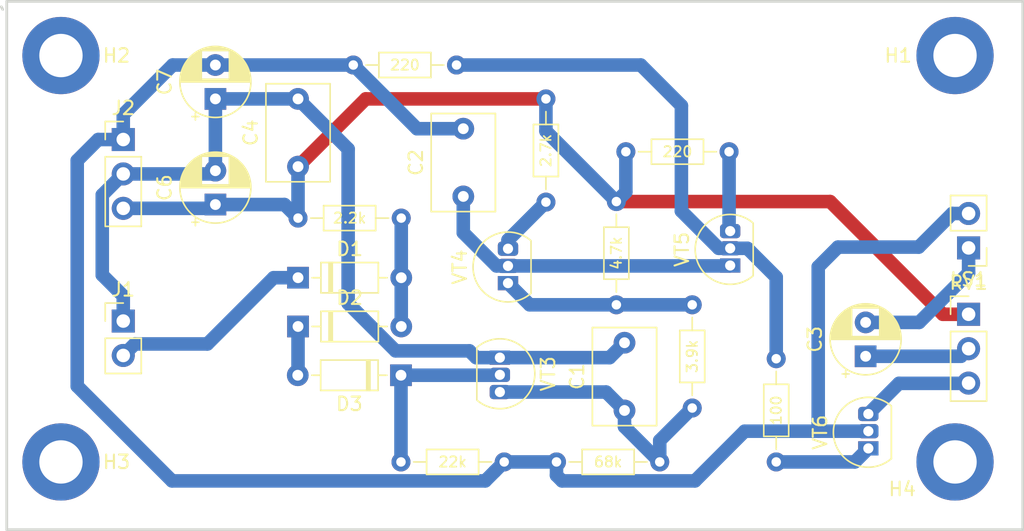
<source format=kicad_pcb>
(kicad_pcb (version 20171130) (host pcbnew "(5.0.0)")

  (general
    (thickness 1.6)
    (drawings 5)
    (tracks 102)
    (zones 0)
    (modules 30)
    (nets 18)
  )

  (page A4)
  (layers
    (0 F.Cu signal)
    (31 B.Cu signal)
    (32 B.Adhes user)
    (33 F.Adhes user)
    (34 B.Paste user)
    (35 F.Paste user)
    (36 B.SilkS user)
    (37 F.SilkS user)
    (38 B.Mask user)
    (39 F.Mask user)
    (40 Dwgs.User user)
    (41 Cmts.User user)
    (42 Eco1.User user)
    (43 Eco2.User user)
    (44 Edge.Cuts user)
    (45 Margin user)
    (46 B.CrtYd user)
    (47 F.CrtYd user)
    (48 B.Fab user)
    (49 F.Fab user)
  )

  (setup
    (last_trace_width 1)
    (trace_clearance 0.2)
    (zone_clearance 0.508)
    (zone_45_only no)
    (trace_min 0.2)
    (segment_width 0.2)
    (edge_width 0.1)
    (via_size 0.8)
    (via_drill 0.4)
    (via_min_size 0.4)
    (via_min_drill 0.3)
    (uvia_size 0.3)
    (uvia_drill 0.1)
    (uvias_allowed no)
    (uvia_min_size 0.2)
    (uvia_min_drill 0.1)
    (pcb_text_width 0.3)
    (pcb_text_size 1.5 1.5)
    (mod_edge_width 0.15)
    (mod_text_size 1 1)
    (mod_text_width 0.15)
    (pad_size 1.5 1.5)
    (pad_drill 0.6)
    (pad_to_mask_clearance 0)
    (aux_axis_origin 0 0)
    (visible_elements 7FFDEFFF)
    (pcbplotparams
      (layerselection 0x010fc_ffffffff)
      (usegerberextensions false)
      (usegerberattributes false)
      (usegerberadvancedattributes false)
      (creategerberjobfile false)
      (excludeedgelayer true)
      (linewidth 0.100000)
      (plotframeref false)
      (viasonmask false)
      (mode 1)
      (useauxorigin false)
      (hpglpennumber 1)
      (hpglpenspeed 20)
      (hpglpendiameter 15.000000)
      (psnegative false)
      (psa4output false)
      (plotreference true)
      (plotvalue true)
      (plotinvisibletext false)
      (padsonsilk false)
      (subtractmaskfromsilk false)
      (outputformat 1)
      (mirror false)
      (drillshape 0)
      (scaleselection 1)
      (outputdirectory "Gerber/"))
  )

  (net 0 "")
  (net 1 "Net-(C1-Pad1)")
  (net 2 0v)
  (net 3 -6v)
  (net 4 "Net-(C2-Pad1)")
  (net 5 "Net-(C3-Pad2)")
  (net 6 "Net-(C3-Pad1)")
  (net 7 +6v)
  (net 8 "Net-(D1-Pad2)")
  (net 9 AudioIn)
  (net 10 "Net-(D2-Pad1)")
  (net 11 "Net-(D3-Pad1)")
  (net 12 "Net-(R12-Pad1)")
  (net 13 "Net-(R15-Pad2)")
  (net 14 "Net-(R16-Pad2)")
  (net 15 "Net-(R17-Pad1)")
  (net 16 "Net-(R18-Pad1)")
  (net 17 "Net-(RV1-Pad3)")

  (net_class Default "This is the default net class."
    (clearance 0.2)
    (trace_width 1)
    (via_dia 0.8)
    (via_drill 0.4)
    (uvia_dia 0.3)
    (uvia_drill 0.1)
    (add_net +6v)
    (add_net -6v)
    (add_net 0v)
    (add_net AudioIn)
    (add_net "Net-(C1-Pad1)")
    (add_net "Net-(C2-Pad1)")
    (add_net "Net-(C3-Pad1)")
    (add_net "Net-(C3-Pad2)")
    (add_net "Net-(D1-Pad2)")
    (add_net "Net-(D2-Pad1)")
    (add_net "Net-(D3-Pad1)")
    (add_net "Net-(R12-Pad1)")
    (add_net "Net-(R15-Pad2)")
    (add_net "Net-(R16-Pad2)")
    (add_net "Net-(R17-Pad1)")
    (add_net "Net-(R18-Pad1)")
    (add_net "Net-(RV1-Pad3)")
  )

  (module MountingHole:MountingHole_3.2mm_M3_ISO7380_Pad (layer F.Cu) (tedit 56D1B4CB) (tstamp 5DD86FCE)
    (at 165 85)
    (descr "Mounting Hole 3.2mm, M3, ISO7380")
    (tags "mounting hole 3.2mm m3 iso7380")
    (attr virtual)
    (fp_text reference H1 (at -4.2 0) (layer F.SilkS)
      (effects (font (size 1 1) (thickness 0.15)))
    )
    (fp_text value MountingHole_3.2mm_M3_ISO7380_Pad (at 0 3.85) (layer F.Fab)
      (effects (font (size 1 1) (thickness 0.15)))
    )
    (fp_circle (center 0 0) (end 3.1 0) (layer F.CrtYd) (width 0.05))
    (fp_circle (center 0 0) (end 2.85 0) (layer Cmts.User) (width 0.15))
    (fp_text user %R (at 0.3 0) (layer F.Fab)
      (effects (font (size 1 1) (thickness 0.15)))
    )
    (pad 1 thru_hole circle (at 0 0) (size 5.7 5.7) (drill 3.2) (layers *.Cu *.Mask))
  )

  (module MountingHole:MountingHole_3.2mm_M3_ISO7380_Pad (layer F.Cu) (tedit 56D1B4CB) (tstamp 5DD86FD1)
    (at 99 85)
    (descr "Mounting Hole 3.2mm, M3, ISO7380")
    (tags "mounting hole 3.2mm m3 iso7380")
    (attr virtual)
    (fp_text reference H2 (at 4.1 0) (layer F.SilkS)
      (effects (font (size 1 1) (thickness 0.15)))
    )
    (fp_text value MountingHole_3.2mm_M3_ISO7380_Pad (at 0 3.85) (layer F.Fab)
      (effects (font (size 1 1) (thickness 0.15)))
    )
    (fp_circle (center 0 0) (end 3.1 0) (layer F.CrtYd) (width 0.05))
    (fp_circle (center 0 0) (end 2.85 0) (layer Cmts.User) (width 0.15))
    (fp_text user %R (at 0.3 0) (layer F.Fab)
      (effects (font (size 1 1) (thickness 0.15)))
    )
    (pad 1 thru_hole circle (at 0 0) (size 5.7 5.7) (drill 3.2) (layers *.Cu *.Mask))
  )

  (module MountingHole:MountingHole_3.2mm_M3_ISO7380_Pad (layer F.Cu) (tedit 56D1B4CB) (tstamp 5DD86FDF)
    (at 99 115)
    (descr "Mounting Hole 3.2mm, M3, ISO7380")
    (tags "mounting hole 3.2mm m3 iso7380")
    (attr virtual)
    (fp_text reference H3 (at 4.1 0) (layer F.SilkS)
      (effects (font (size 1 1) (thickness 0.15)))
    )
    (fp_text value MountingHole_3.2mm_M3_ISO7380_Pad (at 0 3.85) (layer F.Fab)
      (effects (font (size 1 1) (thickness 0.15)))
    )
    (fp_circle (center 0 0) (end 3.1 0) (layer F.CrtYd) (width 0.05))
    (fp_circle (center 0 0) (end 2.85 0) (layer Cmts.User) (width 0.15))
    (fp_text user %R (at 0.3 0) (layer F.Fab)
      (effects (font (size 1 1) (thickness 0.15)))
    )
    (pad 1 thru_hole circle (at 0 0) (size 5.7 5.7) (drill 3.2) (layers *.Cu *.Mask))
  )

  (module MountingHole:MountingHole_3.2mm_M3_ISO7380_Pad (layer F.Cu) (tedit 5DE13ECC) (tstamp 5DD86FED)
    (at 165 115)
    (descr "Mounting Hole 3.2mm, M3, ISO7380")
    (tags "mounting hole 3.2mm m3 iso7380")
    (attr virtual)
    (fp_text reference H4 (at -3.9 2) (layer F.SilkS)
      (effects (font (size 1 1) (thickness 0.15)))
    )
    (fp_text value MountingHole_3.2mm_M3_ISO7380_Pad (at 0 3.85) (layer F.Fab)
      (effects (font (size 1 1) (thickness 0.15)))
    )
    (fp_circle (center 0 0) (end 3.1 0) (layer F.CrtYd) (width 0.05))
    (fp_circle (center 0 0) (end 2.85 0) (layer Cmts.User) (width 0.15))
    (fp_text user %R (at 0.3 0) (layer F.Fab)
      (effects (font (size 1 1) (thickness 0.15)))
    )
    (pad 1 thru_hole circle (at 0 0) (size 5.7 5.7) (drill 3.2) (layers *.Cu *.Mask))
  )

  (module ELLIOTT:D_DO-35_SOD27_P7.62mm_Horizontal (layer F.Cu) (tedit 5B9AA396) (tstamp 5DD8456E)
    (at 116.5 101.4)
    (descr "Diode, DO-35_SOD27 series, Axial, Horizontal, pin pitch=7.62mm, , length*diameter=4*2mm^2, , http://www.diodes.com/_files/packages/DO-35.pdf")
    (tags "Diode DO-35_SOD27 series Axial Horizontal pin pitch 7.62mm  length 4mm diameter 2mm")
    (path /5B96B3C9)
    (fp_text reference D1 (at 3.81 -2.12) (layer F.SilkS)
      (effects (font (size 1 1) (thickness 0.15)))
    )
    (fp_text value 1N4148 (at 3.81 2.12) (layer F.Fab)
      (effects (font (size 1 1) (thickness 0.15)))
    )
    (fp_line (start 8.67 -1.25) (end -1.05 -1.25) (layer F.CrtYd) (width 0.05))
    (fp_line (start 8.67 1.25) (end 8.67 -1.25) (layer F.CrtYd) (width 0.05))
    (fp_line (start -1.05 1.25) (end 8.67 1.25) (layer F.CrtYd) (width 0.05))
    (fp_line (start -1.05 -1.25) (end -1.05 1.25) (layer F.CrtYd) (width 0.05))
    (fp_line (start 2.29 -1.12) (end 2.29 1.12) (layer F.SilkS) (width 0.12))
    (fp_line (start 2.53 -1.12) (end 2.53 1.12) (layer F.SilkS) (width 0.12))
    (fp_line (start 2.41 -1.12) (end 2.41 1.12) (layer F.SilkS) (width 0.12))
    (fp_line (start 6.58 0) (end 5.93 0) (layer F.SilkS) (width 0.12))
    (fp_line (start 1.04 0) (end 1.69 0) (layer F.SilkS) (width 0.12))
    (fp_line (start 5.93 -1.12) (end 1.69 -1.12) (layer F.SilkS) (width 0.12))
    (fp_line (start 5.93 1.12) (end 5.93 -1.12) (layer F.SilkS) (width 0.12))
    (fp_line (start 1.69 1.12) (end 5.93 1.12) (layer F.SilkS) (width 0.12))
    (fp_line (start 1.69 -1.12) (end 1.69 1.12) (layer F.SilkS) (width 0.12))
    (fp_line (start 2.31 -1) (end 2.31 1) (layer F.Fab) (width 0.1))
    (fp_line (start 2.51 -1) (end 2.51 1) (layer F.Fab) (width 0.1))
    (fp_line (start 2.41 -1) (end 2.41 1) (layer F.Fab) (width 0.1))
    (pad 2 thru_hole oval (at 7.62 0) (size 1.6 1.6) (drill 0.8) (layers *.Cu *.Mask)
      (net 8 "Net-(D1-Pad2)"))
    (pad 1 thru_hole rect (at 0 0) (size 1.6 1.6) (drill 0.8) (layers *.Cu *.Mask)
      (net 9 AudioIn))
    (model ${KISYS3DMOD}/Diode_THT.3dshapes/D_DO-35_SOD27_P7.62mm_Horizontal.wrl
      (at (xyz 0 0 0))
      (scale (xyz 1 1 1))
      (rotate (xyz 0 0 0))
    )
  )

  (module ELLIOTT:D_DO-35_SOD27_P7.62mm_Horizontal (layer F.Cu) (tedit 5B9AA396) (tstamp 5DD84584)
    (at 116.5 105)
    (descr "Diode, DO-35_SOD27 series, Axial, Horizontal, pin pitch=7.62mm, , length*diameter=4*2mm^2, , http://www.diodes.com/_files/packages/DO-35.pdf")
    (tags "Diode DO-35_SOD27 series Axial Horizontal pin pitch 7.62mm  length 4mm diameter 2mm")
    (path /5B96B3C3)
    (fp_text reference D2 (at 3.81 -2.12) (layer F.SilkS)
      (effects (font (size 1 1) (thickness 0.15)))
    )
    (fp_text value 1N4148 (at 3.81 2.12) (layer F.Fab)
      (effects (font (size 1 1) (thickness 0.15)))
    )
    (fp_line (start 2.41 -1) (end 2.41 1) (layer F.Fab) (width 0.1))
    (fp_line (start 2.51 -1) (end 2.51 1) (layer F.Fab) (width 0.1))
    (fp_line (start 2.31 -1) (end 2.31 1) (layer F.Fab) (width 0.1))
    (fp_line (start 1.69 -1.12) (end 1.69 1.12) (layer F.SilkS) (width 0.12))
    (fp_line (start 1.69 1.12) (end 5.93 1.12) (layer F.SilkS) (width 0.12))
    (fp_line (start 5.93 1.12) (end 5.93 -1.12) (layer F.SilkS) (width 0.12))
    (fp_line (start 5.93 -1.12) (end 1.69 -1.12) (layer F.SilkS) (width 0.12))
    (fp_line (start 1.04 0) (end 1.69 0) (layer F.SilkS) (width 0.12))
    (fp_line (start 6.58 0) (end 5.93 0) (layer F.SilkS) (width 0.12))
    (fp_line (start 2.41 -1.12) (end 2.41 1.12) (layer F.SilkS) (width 0.12))
    (fp_line (start 2.53 -1.12) (end 2.53 1.12) (layer F.SilkS) (width 0.12))
    (fp_line (start 2.29 -1.12) (end 2.29 1.12) (layer F.SilkS) (width 0.12))
    (fp_line (start -1.05 -1.25) (end -1.05 1.25) (layer F.CrtYd) (width 0.05))
    (fp_line (start -1.05 1.25) (end 8.67 1.25) (layer F.CrtYd) (width 0.05))
    (fp_line (start 8.67 1.25) (end 8.67 -1.25) (layer F.CrtYd) (width 0.05))
    (fp_line (start 8.67 -1.25) (end -1.05 -1.25) (layer F.CrtYd) (width 0.05))
    (pad 1 thru_hole rect (at 0 0) (size 1.6 1.6) (drill 0.8) (layers *.Cu *.Mask)
      (net 10 "Net-(D2-Pad1)"))
    (pad 2 thru_hole oval (at 7.62 0) (size 1.6 1.6) (drill 0.8) (layers *.Cu *.Mask)
      (net 8 "Net-(D1-Pad2)"))
    (model ${KISYS3DMOD}/Diode_THT.3dshapes/D_DO-35_SOD27_P7.62mm_Horizontal.wrl
      (at (xyz 0 0 0))
      (scale (xyz 1 1 1))
      (rotate (xyz 0 0 0))
    )
  )

  (module ELLIOTT:D_DO-35_SOD27_P7.62mm_Horizontal (layer F.Cu) (tedit 5B9AA396) (tstamp 5DD8459A)
    (at 124.1 108.6 180)
    (descr "Diode, DO-35_SOD27 series, Axial, Horizontal, pin pitch=7.62mm, , length*diameter=4*2mm^2, , http://www.diodes.com/_files/packages/DO-35.pdf")
    (tags "Diode DO-35_SOD27 series Axial Horizontal pin pitch 7.62mm  length 4mm diameter 2mm")
    (path /5B96AD51)
    (fp_text reference D3 (at 3.81 -2.12 180) (layer F.SilkS)
      (effects (font (size 1 1) (thickness 0.15)))
    )
    (fp_text value 1N4148 (at 3.81 2.12 180) (layer F.Fab)
      (effects (font (size 1 1) (thickness 0.15)))
    )
    (fp_line (start 8.67 -1.25) (end -1.05 -1.25) (layer F.CrtYd) (width 0.05))
    (fp_line (start 8.67 1.25) (end 8.67 -1.25) (layer F.CrtYd) (width 0.05))
    (fp_line (start -1.05 1.25) (end 8.67 1.25) (layer F.CrtYd) (width 0.05))
    (fp_line (start -1.05 -1.25) (end -1.05 1.25) (layer F.CrtYd) (width 0.05))
    (fp_line (start 2.29 -1.12) (end 2.29 1.12) (layer F.SilkS) (width 0.12))
    (fp_line (start 2.53 -1.12) (end 2.53 1.12) (layer F.SilkS) (width 0.12))
    (fp_line (start 2.41 -1.12) (end 2.41 1.12) (layer F.SilkS) (width 0.12))
    (fp_line (start 6.58 0) (end 5.93 0) (layer F.SilkS) (width 0.12))
    (fp_line (start 1.04 0) (end 1.69 0) (layer F.SilkS) (width 0.12))
    (fp_line (start 5.93 -1.12) (end 1.69 -1.12) (layer F.SilkS) (width 0.12))
    (fp_line (start 5.93 1.12) (end 5.93 -1.12) (layer F.SilkS) (width 0.12))
    (fp_line (start 1.69 1.12) (end 5.93 1.12) (layer F.SilkS) (width 0.12))
    (fp_line (start 1.69 -1.12) (end 1.69 1.12) (layer F.SilkS) (width 0.12))
    (fp_line (start 2.31 -1) (end 2.31 1) (layer F.Fab) (width 0.1))
    (fp_line (start 2.51 -1) (end 2.51 1) (layer F.Fab) (width 0.1))
    (fp_line (start 2.41 -1) (end 2.41 1) (layer F.Fab) (width 0.1))
    (pad 2 thru_hole oval (at 7.62 0 180) (size 1.6 1.6) (drill 0.8) (layers *.Cu *.Mask)
      (net 10 "Net-(D2-Pad1)"))
    (pad 1 thru_hole rect (at 0 0 180) (size 1.6 1.6) (drill 0.8) (layers *.Cu *.Mask)
      (net 11 "Net-(D3-Pad1)"))
    (model ${KISYS3DMOD}/Diode_THT.3dshapes/D_DO-35_SOD27_P7.62mm_Horizontal.wrl
      (at (xyz 0 0 0))
      (scale (xyz 1 1 1))
      (rotate (xyz 0 0 0))
    )
  )

  (module ELLIOTT:PinHeader_1x02_P2.54mm_Vertical (layer F.Cu) (tedit 59FED5CC) (tstamp 5DD845B0)
    (at 103.6 104.6)
    (descr "Through hole straight pin header, 1x02, 2.54mm pitch, single row")
    (tags "Through hole pin header THT 1x02 2.54mm single row")
    (path /5DD3313F)
    (fp_text reference J1 (at 0 -2.33) (layer F.SilkS)
      (effects (font (size 1 1) (thickness 0.15)))
    )
    (fp_text value Conn_01x02 (at 0 4.87) (layer F.Fab)
      (effects (font (size 1 1) (thickness 0.15)))
    )
    (fp_text user %R (at 0 1.27 90) (layer F.Fab)
      (effects (font (size 1 1) (thickness 0.15)))
    )
    (fp_line (start 1.8 -1.8) (end -1.8 -1.8) (layer F.CrtYd) (width 0.05))
    (fp_line (start 1.8 4.35) (end 1.8 -1.8) (layer F.CrtYd) (width 0.05))
    (fp_line (start -1.8 4.35) (end 1.8 4.35) (layer F.CrtYd) (width 0.05))
    (fp_line (start -1.8 -1.8) (end -1.8 4.35) (layer F.CrtYd) (width 0.05))
    (fp_line (start -1.33 -1.33) (end 0 -1.33) (layer F.SilkS) (width 0.12))
    (fp_line (start -1.33 0) (end -1.33 -1.33) (layer F.SilkS) (width 0.12))
    (fp_line (start -1.33 1.27) (end 1.33 1.27) (layer F.SilkS) (width 0.12))
    (fp_line (start 1.33 1.27) (end 1.33 3.87) (layer F.SilkS) (width 0.12))
    (fp_line (start -1.33 1.27) (end -1.33 3.87) (layer F.SilkS) (width 0.12))
    (fp_line (start -1.33 3.87) (end 1.33 3.87) (layer F.SilkS) (width 0.12))
    (fp_line (start -1.27 -0.635) (end -0.635 -1.27) (layer F.Fab) (width 0.1))
    (fp_line (start -1.27 3.81) (end -1.27 -0.635) (layer F.Fab) (width 0.1))
    (fp_line (start 1.27 3.81) (end -1.27 3.81) (layer F.Fab) (width 0.1))
    (fp_line (start 1.27 -1.27) (end 1.27 3.81) (layer F.Fab) (width 0.1))
    (fp_line (start -0.635 -1.27) (end 1.27 -1.27) (layer F.Fab) (width 0.1))
    (pad 2 thru_hole oval (at 0 2.54) (size 1.7 1.7) (drill 1) (layers *.Cu *.Mask)
      (net 9 AudioIn))
    (pad 1 thru_hole rect (at 0 0) (size 1.7 1.7) (drill 1) (layers *.Cu *.Mask)
      (net 2 0v))
    (model ${KISYS3DMOD}/Connector_PinHeader_2.54mm.3dshapes/PinHeader_1x02_P2.54mm_Vertical.wrl
      (at (xyz 0 0 0))
      (scale (xyz 1 1 1))
      (rotate (xyz 0 0 0))
    )
  )

  (module ELLIOTT:PinHeader_1x02_P2.54mm_Vertical (layer F.Cu) (tedit 59FED5CC) (tstamp 5DD84606)
    (at 166 99.2 180)
    (descr "Through hole straight pin header, 1x02, 2.54mm pitch, single row")
    (tags "Through hole pin header THT 1x02 2.54mm single row")
    (path /5DD30267)
    (fp_text reference LS1 (at 0 -2.33 180) (layer F.SilkS)
      (effects (font (size 1 1) (thickness 0.15)))
    )
    (fp_text value Speaker (at 0 4.87 180) (layer F.Fab)
      (effects (font (size 1 1) (thickness 0.15)))
    )
    (fp_line (start -0.635 -1.27) (end 1.27 -1.27) (layer F.Fab) (width 0.1))
    (fp_line (start 1.27 -1.27) (end 1.27 3.81) (layer F.Fab) (width 0.1))
    (fp_line (start 1.27 3.81) (end -1.27 3.81) (layer F.Fab) (width 0.1))
    (fp_line (start -1.27 3.81) (end -1.27 -0.635) (layer F.Fab) (width 0.1))
    (fp_line (start -1.27 -0.635) (end -0.635 -1.27) (layer F.Fab) (width 0.1))
    (fp_line (start -1.33 3.87) (end 1.33 3.87) (layer F.SilkS) (width 0.12))
    (fp_line (start -1.33 1.27) (end -1.33 3.87) (layer F.SilkS) (width 0.12))
    (fp_line (start 1.33 1.27) (end 1.33 3.87) (layer F.SilkS) (width 0.12))
    (fp_line (start -1.33 1.27) (end 1.33 1.27) (layer F.SilkS) (width 0.12))
    (fp_line (start -1.33 0) (end -1.33 -1.33) (layer F.SilkS) (width 0.12))
    (fp_line (start -1.33 -1.33) (end 0 -1.33) (layer F.SilkS) (width 0.12))
    (fp_line (start -1.8 -1.8) (end -1.8 4.35) (layer F.CrtYd) (width 0.05))
    (fp_line (start -1.8 4.35) (end 1.8 4.35) (layer F.CrtYd) (width 0.05))
    (fp_line (start 1.8 4.35) (end 1.8 -1.8) (layer F.CrtYd) (width 0.05))
    (fp_line (start 1.8 -1.8) (end -1.8 -1.8) (layer F.CrtYd) (width 0.05))
    (fp_text user %R (at 0 1.27 270) (layer F.Fab)
      (effects (font (size 1 1) (thickness 0.15)))
    )
    (pad 1 thru_hole rect (at 0 0 180) (size 1.7 1.7) (drill 1) (layers *.Cu *.Mask)
      (net 5 "Net-(C3-Pad2)"))
    (pad 2 thru_hole oval (at 0 2.54 180) (size 1.7 1.7) (drill 1) (layers *.Cu *.Mask)
      (net 3 -6v))
    (model ${KISYS3DMOD}/Connector_PinHeader_2.54mm.3dshapes/PinHeader_1x02_P2.54mm_Vertical.wrl
      (at (xyz 0 0 0))
      (scale (xyz 1 1 1))
      (rotate (xyz 0 0 0))
    )
  )

  (module ELLIOTT:R_Axial_DIN0204_L3.6mm_D1.6mm_P7.62mm_Horizontal (layer F.Cu) (tedit 5D810EF7) (tstamp 5DD84616)
    (at 116.5 97)
    (descr "Resistor, Axial_DIN0204 series, Axial, Horizontal, pin pitch=7.62mm, 0.167W, length*diameter=3.6*1.6mm^2, http://cdn-reichelt.de/documents/datenblatt/B400/1_4W%23YAG.pdf")
    (tags "Resistor Axial_DIN0204 series Axial Horizontal pin pitch 7.62mm 0.167W length 3.6mm diameter 1.6mm")
    (path /5B96B3CF)
    (fp_text reference R10 (at 3.81 -1.92) (layer F.Fab)
      (effects (font (size 1 1) (thickness 0.15)))
    )
    (fp_text value 2.2k (at 3.81 0) (layer F.SilkS)
      (effects (font (size 0.762 0.762) (thickness 0.127)))
    )
    (fp_line (start 1.89 -0.92) (end 1.89 0.92) (layer F.SilkS) (width 0.12))
    (fp_line (start 1.89 0.92) (end 5.73 0.92) (layer F.SilkS) (width 0.12))
    (fp_line (start 5.73 0.92) (end 5.73 -0.92) (layer F.SilkS) (width 0.12))
    (fp_line (start 5.73 -0.92) (end 1.89 -0.92) (layer F.SilkS) (width 0.12))
    (fp_line (start 0.94 0) (end 1.89 0) (layer F.SilkS) (width 0.12))
    (fp_line (start 6.68 0) (end 5.73 0) (layer F.SilkS) (width 0.12))
    (fp_line (start -1.05 -1.25) (end -1.05 1.25) (layer F.CrtYd) (width 0.05))
    (fp_line (start -1.05 1.25) (end 8.67 1.25) (layer F.CrtYd) (width 0.05))
    (fp_line (start 8.67 1.25) (end 8.67 -1.25) (layer F.CrtYd) (width 0.05))
    (fp_line (start 8.67 -1.25) (end -1.05 -1.25) (layer F.CrtYd) (width 0.05))
    (pad 1 thru_hole circle (at 0 0) (size 1.4 1.4) (drill 0.7) (layers *.Cu *.Mask)
      (net 7 +6v))
    (pad 2 thru_hole oval (at 7.62 0) (size 1.4 1.4) (drill 0.7) (layers *.Cu *.Mask)
      (net 8 "Net-(D1-Pad2)"))
    (model ${KISYS3DMOD}/Resistor_THT.3dshapes/R_Axial_DIN0204_L3.6mm_D1.6mm_P7.62mm_Horizontal.wrl
      (at (xyz 0 0 0))
      (scale (xyz 1 1 1))
      (rotate (xyz 0 0 0))
    )
  )

  (module ELLIOTT:R_Axial_DIN0204_L3.6mm_D1.6mm_P7.62mm_Horizontal (layer F.Cu) (tedit 5D810EF7) (tstamp 5DD84626)
    (at 124.1 115)
    (descr "Resistor, Axial_DIN0204 series, Axial, Horizontal, pin pitch=7.62mm, 0.167W, length*diameter=3.6*1.6mm^2, http://cdn-reichelt.de/documents/datenblatt/B400/1_4W%23YAG.pdf")
    (tags "Resistor Axial_DIN0204 series Axial Horizontal pin pitch 7.62mm 0.167W length 3.6mm diameter 1.6mm")
    (path /5DD2298A)
    (fp_text reference R11 (at 3.81 -1.92) (layer F.Fab)
      (effects (font (size 1 1) (thickness 0.15)))
    )
    (fp_text value 22k (at 3.81 0) (layer F.SilkS)
      (effects (font (size 0.762 0.762) (thickness 0.127)))
    )
    (fp_line (start 8.67 -1.25) (end -1.05 -1.25) (layer F.CrtYd) (width 0.05))
    (fp_line (start 8.67 1.25) (end 8.67 -1.25) (layer F.CrtYd) (width 0.05))
    (fp_line (start -1.05 1.25) (end 8.67 1.25) (layer F.CrtYd) (width 0.05))
    (fp_line (start -1.05 -1.25) (end -1.05 1.25) (layer F.CrtYd) (width 0.05))
    (fp_line (start 6.68 0) (end 5.73 0) (layer F.SilkS) (width 0.12))
    (fp_line (start 0.94 0) (end 1.89 0) (layer F.SilkS) (width 0.12))
    (fp_line (start 5.73 -0.92) (end 1.89 -0.92) (layer F.SilkS) (width 0.12))
    (fp_line (start 5.73 0.92) (end 5.73 -0.92) (layer F.SilkS) (width 0.12))
    (fp_line (start 1.89 0.92) (end 5.73 0.92) (layer F.SilkS) (width 0.12))
    (fp_line (start 1.89 -0.92) (end 1.89 0.92) (layer F.SilkS) (width 0.12))
    (pad 2 thru_hole oval (at 7.62 0) (size 1.4 1.4) (drill 0.7) (layers *.Cu *.Mask)
      (net 3 -6v))
    (pad 1 thru_hole circle (at 0 0) (size 1.4 1.4) (drill 0.7) (layers *.Cu *.Mask)
      (net 11 "Net-(D3-Pad1)"))
    (model ${KISYS3DMOD}/Resistor_THT.3dshapes/R_Axial_DIN0204_L3.6mm_D1.6mm_P7.62mm_Horizontal.wrl
      (at (xyz 0 0 0))
      (scale (xyz 1 1 1))
      (rotate (xyz 0 0 0))
    )
  )

  (module ELLIOTT:R_Axial_DIN0204_L3.6mm_D1.6mm_P7.62mm_Horizontal (layer F.Cu) (tedit 5D810EF7) (tstamp 5DD84636)
    (at 140 103.4 90)
    (descr "Resistor, Axial_DIN0204 series, Axial, Horizontal, pin pitch=7.62mm, 0.167W, length*diameter=3.6*1.6mm^2, http://cdn-reichelt.de/documents/datenblatt/B400/1_4W%23YAG.pdf")
    (tags "Resistor Axial_DIN0204 series Axial Horizontal pin pitch 7.62mm 0.167W length 3.6mm diameter 1.6mm")
    (path /5DD217F1)
    (fp_text reference R12 (at 3.81 -1.92 90) (layer F.Fab)
      (effects (font (size 1 1) (thickness 0.15)))
    )
    (fp_text value 4.7k (at 3.81 0 90) (layer F.SilkS)
      (effects (font (size 0.762 0.762) (thickness 0.127)))
    )
    (fp_line (start 8.67 -1.25) (end -1.05 -1.25) (layer F.CrtYd) (width 0.05))
    (fp_line (start 8.67 1.25) (end 8.67 -1.25) (layer F.CrtYd) (width 0.05))
    (fp_line (start -1.05 1.25) (end 8.67 1.25) (layer F.CrtYd) (width 0.05))
    (fp_line (start -1.05 -1.25) (end -1.05 1.25) (layer F.CrtYd) (width 0.05))
    (fp_line (start 6.68 0) (end 5.73 0) (layer F.SilkS) (width 0.12))
    (fp_line (start 0.94 0) (end 1.89 0) (layer F.SilkS) (width 0.12))
    (fp_line (start 5.73 -0.92) (end 1.89 -0.92) (layer F.SilkS) (width 0.12))
    (fp_line (start 5.73 0.92) (end 5.73 -0.92) (layer F.SilkS) (width 0.12))
    (fp_line (start 1.89 0.92) (end 5.73 0.92) (layer F.SilkS) (width 0.12))
    (fp_line (start 1.89 -0.92) (end 1.89 0.92) (layer F.SilkS) (width 0.12))
    (pad 2 thru_hole oval (at 7.62 0 90) (size 1.4 1.4) (drill 0.7) (layers *.Cu *.Mask)
      (net 7 +6v))
    (pad 1 thru_hole circle (at 0 0 90) (size 1.4 1.4) (drill 0.7) (layers *.Cu *.Mask)
      (net 12 "Net-(R12-Pad1)"))
    (model ${KISYS3DMOD}/Resistor_THT.3dshapes/R_Axial_DIN0204_L3.6mm_D1.6mm_P7.62mm_Horizontal.wrl
      (at (xyz 0 0 0))
      (scale (xyz 1 1 1))
      (rotate (xyz 0 0 0))
    )
  )

  (module ELLIOTT:R_Axial_DIN0204_L3.6mm_D1.6mm_P7.62mm_Horizontal (layer F.Cu) (tedit 5D810EF7) (tstamp 5DD84646)
    (at 145.6 103.4 270)
    (descr "Resistor, Axial_DIN0204 series, Axial, Horizontal, pin pitch=7.62mm, 0.167W, length*diameter=3.6*1.6mm^2, http://cdn-reichelt.de/documents/datenblatt/B400/1_4W%23YAG.pdf")
    (tags "Resistor Axial_DIN0204 series Axial Horizontal pin pitch 7.62mm 0.167W length 3.6mm diameter 1.6mm")
    (path /5DD21EFB)
    (fp_text reference R13 (at 3.81 -1.92 270) (layer F.Fab)
      (effects (font (size 1 1) (thickness 0.15)))
    )
    (fp_text value 3.9k (at 3.81 0 270) (layer F.SilkS)
      (effects (font (size 0.762 0.762) (thickness 0.127)))
    )
    (fp_line (start 1.89 -0.92) (end 1.89 0.92) (layer F.SilkS) (width 0.12))
    (fp_line (start 1.89 0.92) (end 5.73 0.92) (layer F.SilkS) (width 0.12))
    (fp_line (start 5.73 0.92) (end 5.73 -0.92) (layer F.SilkS) (width 0.12))
    (fp_line (start 5.73 -0.92) (end 1.89 -0.92) (layer F.SilkS) (width 0.12))
    (fp_line (start 0.94 0) (end 1.89 0) (layer F.SilkS) (width 0.12))
    (fp_line (start 6.68 0) (end 5.73 0) (layer F.SilkS) (width 0.12))
    (fp_line (start -1.05 -1.25) (end -1.05 1.25) (layer F.CrtYd) (width 0.05))
    (fp_line (start -1.05 1.25) (end 8.67 1.25) (layer F.CrtYd) (width 0.05))
    (fp_line (start 8.67 1.25) (end 8.67 -1.25) (layer F.CrtYd) (width 0.05))
    (fp_line (start 8.67 -1.25) (end -1.05 -1.25) (layer F.CrtYd) (width 0.05))
    (pad 1 thru_hole circle (at 0 0 270) (size 1.4 1.4) (drill 0.7) (layers *.Cu *.Mask)
      (net 12 "Net-(R12-Pad1)"))
    (pad 2 thru_hole oval (at 7.62 0 270) (size 1.4 1.4) (drill 0.7) (layers *.Cu *.Mask)
      (net 1 "Net-(C1-Pad1)"))
    (model ${KISYS3DMOD}/Resistor_THT.3dshapes/R_Axial_DIN0204_L3.6mm_D1.6mm_P7.62mm_Horizontal.wrl
      (at (xyz 0 0 0))
      (scale (xyz 1 1 1))
      (rotate (xyz 0 0 0))
    )
  )

  (module ELLIOTT:R_Axial_DIN0204_L3.6mm_D1.6mm_P7.62mm_Horizontal (layer F.Cu) (tedit 5D810EF7) (tstamp 5DD84656)
    (at 143.2 115 180)
    (descr "Resistor, Axial_DIN0204 series, Axial, Horizontal, pin pitch=7.62mm, 0.167W, length*diameter=3.6*1.6mm^2, http://cdn-reichelt.de/documents/datenblatt/B400/1_4W%23YAG.pdf")
    (tags "Resistor Axial_DIN0204 series Axial Horizontal pin pitch 7.62mm 0.167W length 3.6mm diameter 1.6mm")
    (path /5DD2634B)
    (fp_text reference R14 (at 3.81 -1.92 180) (layer F.Fab)
      (effects (font (size 1 1) (thickness 0.15)))
    )
    (fp_text value 68k (at 3.81 0 180) (layer F.SilkS)
      (effects (font (size 0.762 0.762) (thickness 0.127)))
    )
    (fp_line (start 8.67 -1.25) (end -1.05 -1.25) (layer F.CrtYd) (width 0.05))
    (fp_line (start 8.67 1.25) (end 8.67 -1.25) (layer F.CrtYd) (width 0.05))
    (fp_line (start -1.05 1.25) (end 8.67 1.25) (layer F.CrtYd) (width 0.05))
    (fp_line (start -1.05 -1.25) (end -1.05 1.25) (layer F.CrtYd) (width 0.05))
    (fp_line (start 6.68 0) (end 5.73 0) (layer F.SilkS) (width 0.12))
    (fp_line (start 0.94 0) (end 1.89 0) (layer F.SilkS) (width 0.12))
    (fp_line (start 5.73 -0.92) (end 1.89 -0.92) (layer F.SilkS) (width 0.12))
    (fp_line (start 5.73 0.92) (end 5.73 -0.92) (layer F.SilkS) (width 0.12))
    (fp_line (start 1.89 0.92) (end 5.73 0.92) (layer F.SilkS) (width 0.12))
    (fp_line (start 1.89 -0.92) (end 1.89 0.92) (layer F.SilkS) (width 0.12))
    (pad 2 thru_hole oval (at 7.62 0 180) (size 1.4 1.4) (drill 0.7) (layers *.Cu *.Mask)
      (net 3 -6v))
    (pad 1 thru_hole circle (at 0 0 180) (size 1.4 1.4) (drill 0.7) (layers *.Cu *.Mask)
      (net 1 "Net-(C1-Pad1)"))
    (model ${KISYS3DMOD}/Resistor_THT.3dshapes/R_Axial_DIN0204_L3.6mm_D1.6mm_P7.62mm_Horizontal.wrl
      (at (xyz 0 0 0))
      (scale (xyz 1 1 1))
      (rotate (xyz 0 0 0))
    )
  )

  (module ELLIOTT:R_Axial_DIN0204_L3.6mm_D1.6mm_P7.62mm_Horizontal (layer F.Cu) (tedit 5D810EF7) (tstamp 5DD84666)
    (at 134.8 88.2 270)
    (descr "Resistor, Axial_DIN0204 series, Axial, Horizontal, pin pitch=7.62mm, 0.167W, length*diameter=3.6*1.6mm^2, http://cdn-reichelt.de/documents/datenblatt/B400/1_4W%23YAG.pdf")
    (tags "Resistor Axial_DIN0204 series Axial Horizontal pin pitch 7.62mm 0.167W length 3.6mm diameter 1.6mm")
    (path /5DD249A9)
    (fp_text reference R15 (at 3.81 -1.92 270) (layer F.Fab)
      (effects (font (size 1 1) (thickness 0.15)))
    )
    (fp_text value 2.7k (at 3.81 0 270) (layer F.SilkS)
      (effects (font (size 0.762 0.762) (thickness 0.127)))
    )
    (fp_line (start 1.89 -0.92) (end 1.89 0.92) (layer F.SilkS) (width 0.12))
    (fp_line (start 1.89 0.92) (end 5.73 0.92) (layer F.SilkS) (width 0.12))
    (fp_line (start 5.73 0.92) (end 5.73 -0.92) (layer F.SilkS) (width 0.12))
    (fp_line (start 5.73 -0.92) (end 1.89 -0.92) (layer F.SilkS) (width 0.12))
    (fp_line (start 0.94 0) (end 1.89 0) (layer F.SilkS) (width 0.12))
    (fp_line (start 6.68 0) (end 5.73 0) (layer F.SilkS) (width 0.12))
    (fp_line (start -1.05 -1.25) (end -1.05 1.25) (layer F.CrtYd) (width 0.05))
    (fp_line (start -1.05 1.25) (end 8.67 1.25) (layer F.CrtYd) (width 0.05))
    (fp_line (start 8.67 1.25) (end 8.67 -1.25) (layer F.CrtYd) (width 0.05))
    (fp_line (start 8.67 -1.25) (end -1.05 -1.25) (layer F.CrtYd) (width 0.05))
    (pad 1 thru_hole circle (at 0 0 270) (size 1.4 1.4) (drill 0.7) (layers *.Cu *.Mask)
      (net 7 +6v))
    (pad 2 thru_hole oval (at 7.62 0 270) (size 1.4 1.4) (drill 0.7) (layers *.Cu *.Mask)
      (net 13 "Net-(R15-Pad2)"))
    (model ${KISYS3DMOD}/Resistor_THT.3dshapes/R_Axial_DIN0204_L3.6mm_D1.6mm_P7.62mm_Horizontal.wrl
      (at (xyz 0 0 0))
      (scale (xyz 1 1 1))
      (rotate (xyz 0 0 0))
    )
  )

  (module ELLIOTT:R_Axial_DIN0204_L3.6mm_D1.6mm_P7.62mm_Horizontal (layer F.Cu) (tedit 5D810EF7) (tstamp 5DD84676)
    (at 140.7 92.1)
    (descr "Resistor, Axial_DIN0204 series, Axial, Horizontal, pin pitch=7.62mm, 0.167W, length*diameter=3.6*1.6mm^2, http://cdn-reichelt.de/documents/datenblatt/B400/1_4W%23YAG.pdf")
    (tags "Resistor Axial_DIN0204 series Axial Horizontal pin pitch 7.62mm 0.167W length 3.6mm diameter 1.6mm")
    (path /5DD296DE)
    (fp_text reference R16 (at 3.81 -1.92) (layer F.Fab)
      (effects (font (size 1 1) (thickness 0.15)))
    )
    (fp_text value 220 (at 3.81 0) (layer F.SilkS)
      (effects (font (size 0.762 0.762) (thickness 0.127)))
    )
    (fp_line (start 1.89 -0.92) (end 1.89 0.92) (layer F.SilkS) (width 0.12))
    (fp_line (start 1.89 0.92) (end 5.73 0.92) (layer F.SilkS) (width 0.12))
    (fp_line (start 5.73 0.92) (end 5.73 -0.92) (layer F.SilkS) (width 0.12))
    (fp_line (start 5.73 -0.92) (end 1.89 -0.92) (layer F.SilkS) (width 0.12))
    (fp_line (start 0.94 0) (end 1.89 0) (layer F.SilkS) (width 0.12))
    (fp_line (start 6.68 0) (end 5.73 0) (layer F.SilkS) (width 0.12))
    (fp_line (start -1.05 -1.25) (end -1.05 1.25) (layer F.CrtYd) (width 0.05))
    (fp_line (start -1.05 1.25) (end 8.67 1.25) (layer F.CrtYd) (width 0.05))
    (fp_line (start 8.67 1.25) (end 8.67 -1.25) (layer F.CrtYd) (width 0.05))
    (fp_line (start 8.67 -1.25) (end -1.05 -1.25) (layer F.CrtYd) (width 0.05))
    (pad 1 thru_hole circle (at 0 0) (size 1.4 1.4) (drill 0.7) (layers *.Cu *.Mask)
      (net 7 +6v))
    (pad 2 thru_hole oval (at 7.62 0) (size 1.4 1.4) (drill 0.7) (layers *.Cu *.Mask)
      (net 14 "Net-(R16-Pad2)"))
    (model ${KISYS3DMOD}/Resistor_THT.3dshapes/R_Axial_DIN0204_L3.6mm_D1.6mm_P7.62mm_Horizontal.wrl
      (at (xyz 0 0 0))
      (scale (xyz 1 1 1))
      (rotate (xyz 0 0 0))
    )
  )

  (module ELLIOTT:R_Axial_DIN0204_L3.6mm_D1.6mm_P7.62mm_Horizontal (layer F.Cu) (tedit 5D810EF7) (tstamp 5DD84686)
    (at 128.2 85.7 180)
    (descr "Resistor, Axial_DIN0204 series, Axial, Horizontal, pin pitch=7.62mm, 0.167W, length*diameter=3.6*1.6mm^2, http://cdn-reichelt.de/documents/datenblatt/B400/1_4W%23YAG.pdf")
    (tags "Resistor Axial_DIN0204 series Axial Horizontal pin pitch 7.62mm 0.167W length 3.6mm diameter 1.6mm")
    (path /5DD2971E)
    (fp_text reference R17 (at 3.81 -1.92 180) (layer F.Fab)
      (effects (font (size 1 1) (thickness 0.15)))
    )
    (fp_text value 220 (at 3.81 0 180) (layer F.SilkS)
      (effects (font (size 0.762 0.762) (thickness 0.127)))
    )
    (fp_line (start 8.67 -1.25) (end -1.05 -1.25) (layer F.CrtYd) (width 0.05))
    (fp_line (start 8.67 1.25) (end 8.67 -1.25) (layer F.CrtYd) (width 0.05))
    (fp_line (start -1.05 1.25) (end 8.67 1.25) (layer F.CrtYd) (width 0.05))
    (fp_line (start -1.05 -1.25) (end -1.05 1.25) (layer F.CrtYd) (width 0.05))
    (fp_line (start 6.68 0) (end 5.73 0) (layer F.SilkS) (width 0.12))
    (fp_line (start 0.94 0) (end 1.89 0) (layer F.SilkS) (width 0.12))
    (fp_line (start 5.73 -0.92) (end 1.89 -0.92) (layer F.SilkS) (width 0.12))
    (fp_line (start 5.73 0.92) (end 5.73 -0.92) (layer F.SilkS) (width 0.12))
    (fp_line (start 1.89 0.92) (end 5.73 0.92) (layer F.SilkS) (width 0.12))
    (fp_line (start 1.89 -0.92) (end 1.89 0.92) (layer F.SilkS) (width 0.12))
    (pad 2 thru_hole oval (at 7.62 0 180) (size 1.4 1.4) (drill 0.7) (layers *.Cu *.Mask)
      (net 3 -6v))
    (pad 1 thru_hole circle (at 0 0 180) (size 1.4 1.4) (drill 0.7) (layers *.Cu *.Mask)
      (net 15 "Net-(R17-Pad1)"))
    (model ${KISYS3DMOD}/Resistor_THT.3dshapes/R_Axial_DIN0204_L3.6mm_D1.6mm_P7.62mm_Horizontal.wrl
      (at (xyz 0 0 0))
      (scale (xyz 1 1 1))
      (rotate (xyz 0 0 0))
    )
  )

  (module ELLIOTT:R_Axial_DIN0204_L3.6mm_D1.6mm_P7.62mm_Horizontal (layer F.Cu) (tedit 5D810EF7) (tstamp 5DD84696)
    (at 151.8 115 90)
    (descr "Resistor, Axial_DIN0204 series, Axial, Horizontal, pin pitch=7.62mm, 0.167W, length*diameter=3.6*1.6mm^2, http://cdn-reichelt.de/documents/datenblatt/B400/1_4W%23YAG.pdf")
    (tags "Resistor Axial_DIN0204 series Axial Horizontal pin pitch 7.62mm 0.167W length 3.6mm diameter 1.6mm")
    (path /5DD2BFCD)
    (fp_text reference R18 (at 3.81 -1.92 90) (layer F.Fab)
      (effects (font (size 1 1) (thickness 0.15)))
    )
    (fp_text value 100 (at 3.81 0 90) (layer F.SilkS)
      (effects (font (size 0.762 0.762) (thickness 0.127)))
    )
    (fp_line (start 8.67 -1.25) (end -1.05 -1.25) (layer F.CrtYd) (width 0.05))
    (fp_line (start 8.67 1.25) (end 8.67 -1.25) (layer F.CrtYd) (width 0.05))
    (fp_line (start -1.05 1.25) (end 8.67 1.25) (layer F.CrtYd) (width 0.05))
    (fp_line (start -1.05 -1.25) (end -1.05 1.25) (layer F.CrtYd) (width 0.05))
    (fp_line (start 6.68 0) (end 5.73 0) (layer F.SilkS) (width 0.12))
    (fp_line (start 0.94 0) (end 1.89 0) (layer F.SilkS) (width 0.12))
    (fp_line (start 5.73 -0.92) (end 1.89 -0.92) (layer F.SilkS) (width 0.12))
    (fp_line (start 5.73 0.92) (end 5.73 -0.92) (layer F.SilkS) (width 0.12))
    (fp_line (start 1.89 0.92) (end 5.73 0.92) (layer F.SilkS) (width 0.12))
    (fp_line (start 1.89 -0.92) (end 1.89 0.92) (layer F.SilkS) (width 0.12))
    (pad 2 thru_hole oval (at 7.62 0 90) (size 1.4 1.4) (drill 0.7) (layers *.Cu *.Mask)
      (net 15 "Net-(R17-Pad1)"))
    (pad 1 thru_hole circle (at 0 0 90) (size 1.4 1.4) (drill 0.7) (layers *.Cu *.Mask)
      (net 16 "Net-(R18-Pad1)"))
    (model ${KISYS3DMOD}/Resistor_THT.3dshapes/R_Axial_DIN0204_L3.6mm_D1.6mm_P7.62mm_Horizontal.wrl
      (at (xyz 0 0 0))
      (scale (xyz 1 1 1))
      (rotate (xyz 0 0 0))
    )
  )

  (module ELLIOTT:TO-92L_Inline (layer F.Cu) (tedit 5D25CF85) (tstamp 5DD846B7)
    (at 131.4 107.3 270)
    (descr "TO-92L leads in-line (large body variant of TO-92), also known as TO-226, wide, drill 0.75mm (see https://www.diodes.com/assets/Package-Files/TO92L.pdf and http://www.ti.com/lit/an/snoa059/snoa059.pdf)")
    (tags "TO-92L Inline Wide transistor")
    (path /5B96B3E7)
    (fp_text reference VT3 (at 1.19 -3.56 270) (layer F.SilkS)
      (effects (font (size 1 1) (thickness 0.15)))
    )
    (fp_text value BC548 (at 1.19 2.79 270) (layer F.Fab)
      (effects (font (size 1 1) (thickness 0.15)))
    )
    (fp_text user %R (at 1.19 -3.56 270) (layer F.Fab)
      (effects (font (size 1 1) (thickness 0.15)))
    )
    (fp_line (start -0.75 1.7) (end 3.1 1.7) (layer F.SilkS) (width 0.12))
    (fp_line (start -0.7 1.6) (end 3.05 1.6) (layer F.Fab) (width 0.1))
    (fp_line (start -1.55 -2.75) (end 3.95 -2.75) (layer F.CrtYd) (width 0.05))
    (fp_line (start -1.55 -2.75) (end -1.55 1.85) (layer F.CrtYd) (width 0.05))
    (fp_line (start 3.95 1.85) (end 3.95 -2.75) (layer F.CrtYd) (width 0.05))
    (fp_line (start 3.95 1.85) (end -1.55 1.85) (layer F.CrtYd) (width 0.05))
    (fp_arc (start 1.19 0) (end -0.75 1.7) (angle 262.164354) (layer F.SilkS) (width 0.12))
    (fp_arc (start 1.19 0) (end 1.19 -2.48) (angle 129.9527847) (layer F.Fab) (width 0.1))
    (fp_arc (start 1.19 0) (end 1.19 -2.48) (angle -130.2499344) (layer F.Fab) (width 0.1))
    (pad 2 thru_hole roundrect (at 1.27 0 270) (size 1.05 1.5) (drill 0.75) (layers *.Cu *.Mask) (roundrect_rratio 0.25)
      (net 11 "Net-(D3-Pad1)"))
    (pad 3 thru_hole roundrect (at 2.54 0 270) (size 1.05 1.5) (drill 0.75) (layers *.Cu *.Mask) (roundrect_rratio 0.25)
      (net 1 "Net-(C1-Pad1)"))
    (pad 1 thru_hole rect (at 0 0 270) (size 1.05 1.5) (drill 0.75) (layers *.Cu *.Mask)
      (net 2 0v))
    (model ${KISYS3DMOD}/Package_TO_SOT_THT.3dshapes/TO-92L_Inline.wrl
      (at (xyz 0 0 0))
      (scale (xyz 1 1 1))
      (rotate (xyz 0 0 0))
    )
  )

  (module ELLIOTT:TO-92L_Inline (layer F.Cu) (tedit 5D25CF85) (tstamp 5DD846C8)
    (at 132 101.8 90)
    (descr "TO-92L leads in-line (large body variant of TO-92), also known as TO-226, wide, drill 0.75mm (see https://www.diodes.com/assets/Package-Files/TO92L.pdf and http://www.ti.com/lit/an/snoa059/snoa059.pdf)")
    (tags "TO-92L Inline Wide transistor")
    (path /5DD235B3)
    (fp_text reference VT4 (at 1.19 -3.56 90) (layer F.SilkS)
      (effects (font (size 1 1) (thickness 0.15)))
    )
    (fp_text value ~ (at 1.19 2.79 90) (layer F.Fab)
      (effects (font (size 1 1) (thickness 0.15)))
    )
    (fp_text user %R (at 1.19 -3.56 90) (layer F.Fab)
      (effects (font (size 1 1) (thickness 0.15)))
    )
    (fp_line (start -0.75 1.7) (end 3.1 1.7) (layer F.SilkS) (width 0.12))
    (fp_line (start -0.7 1.6) (end 3.05 1.6) (layer F.Fab) (width 0.1))
    (fp_line (start -1.55 -2.75) (end 3.95 -2.75) (layer F.CrtYd) (width 0.05))
    (fp_line (start -1.55 -2.75) (end -1.55 1.85) (layer F.CrtYd) (width 0.05))
    (fp_line (start 3.95 1.85) (end 3.95 -2.75) (layer F.CrtYd) (width 0.05))
    (fp_line (start 3.95 1.85) (end -1.55 1.85) (layer F.CrtYd) (width 0.05))
    (fp_arc (start 1.19 0) (end -0.75 1.7) (angle 262.164354) (layer F.SilkS) (width 0.12))
    (fp_arc (start 1.19 0) (end 1.19 -2.48) (angle 129.9527847) (layer F.Fab) (width 0.1))
    (fp_arc (start 1.19 0) (end 1.19 -2.48) (angle -130.2499344) (layer F.Fab) (width 0.1))
    (pad 2 thru_hole roundrect (at 1.27 0 90) (size 1.05 1.5) (drill 0.75) (layers *.Cu *.Mask) (roundrect_rratio 0.25)
      (net 4 "Net-(C2-Pad1)"))
    (pad 3 thru_hole roundrect (at 2.54 0 90) (size 1.05 1.5) (drill 0.75) (layers *.Cu *.Mask) (roundrect_rratio 0.25)
      (net 13 "Net-(R15-Pad2)"))
    (pad 1 thru_hole rect (at 0 0 90) (size 1.05 1.5) (drill 0.75) (layers *.Cu *.Mask)
      (net 12 "Net-(R12-Pad1)"))
    (model ${KISYS3DMOD}/Package_TO_SOT_THT.3dshapes/TO-92L_Inline.wrl
      (at (xyz 0 0 0))
      (scale (xyz 1 1 1))
      (rotate (xyz 0 0 0))
    )
  )

  (module ELLIOTT:TO-92L_Inline (layer F.Cu) (tedit 5D25CF85) (tstamp 5DD846D9)
    (at 148.4 100.5 90)
    (descr "TO-92L leads in-line (large body variant of TO-92), also known as TO-226, wide, drill 0.75mm (see https://www.diodes.com/assets/Package-Files/TO92L.pdf and http://www.ti.com/lit/an/snoa059/snoa059.pdf)")
    (tags "TO-92L Inline Wide transistor")
    (path /5DD28F8D)
    (fp_text reference VT5 (at 1.19 -3.56 90) (layer F.SilkS)
      (effects (font (size 1 1) (thickness 0.15)))
    )
    (fp_text value ~ (at 1.19 2.79 90) (layer F.Fab)
      (effects (font (size 1 1) (thickness 0.15)))
    )
    (fp_arc (start 1.19 0) (end 1.19 -2.48) (angle -130.2499344) (layer F.Fab) (width 0.1))
    (fp_arc (start 1.19 0) (end 1.19 -2.48) (angle 129.9527847) (layer F.Fab) (width 0.1))
    (fp_arc (start 1.19 0) (end -0.75 1.7) (angle 262.164354) (layer F.SilkS) (width 0.12))
    (fp_line (start 3.95 1.85) (end -1.55 1.85) (layer F.CrtYd) (width 0.05))
    (fp_line (start 3.95 1.85) (end 3.95 -2.75) (layer F.CrtYd) (width 0.05))
    (fp_line (start -1.55 -2.75) (end -1.55 1.85) (layer F.CrtYd) (width 0.05))
    (fp_line (start -1.55 -2.75) (end 3.95 -2.75) (layer F.CrtYd) (width 0.05))
    (fp_line (start -0.7 1.6) (end 3.05 1.6) (layer F.Fab) (width 0.1))
    (fp_line (start -0.75 1.7) (end 3.1 1.7) (layer F.SilkS) (width 0.12))
    (fp_text user %R (at 1.19 -3.56 90) (layer F.Fab)
      (effects (font (size 1 1) (thickness 0.15)))
    )
    (pad 1 thru_hole rect (at 0 0 90) (size 1.05 1.5) (drill 0.75) (layers *.Cu *.Mask)
      (net 4 "Net-(C2-Pad1)"))
    (pad 3 thru_hole roundrect (at 2.54 0 90) (size 1.05 1.5) (drill 0.75) (layers *.Cu *.Mask) (roundrect_rratio 0.25)
      (net 14 "Net-(R16-Pad2)"))
    (pad 2 thru_hole roundrect (at 1.27 0 90) (size 1.05 1.5) (drill 0.75) (layers *.Cu *.Mask) (roundrect_rratio 0.25)
      (net 15 "Net-(R17-Pad1)"))
    (model ${KISYS3DMOD}/Package_TO_SOT_THT.3dshapes/TO-92L_Inline.wrl
      (at (xyz 0 0 0))
      (scale (xyz 1 1 1))
      (rotate (xyz 0 0 0))
    )
  )

  (module ELLIOTT:TO-92L_Inline (layer F.Cu) (tedit 5D25CF85) (tstamp 5DD846EA)
    (at 158.6 114 90)
    (descr "TO-92L leads in-line (large body variant of TO-92), also known as TO-226, wide, drill 0.75mm (see https://www.diodes.com/assets/Package-Files/TO92L.pdf and http://www.ti.com/lit/an/snoa059/snoa059.pdf)")
    (tags "TO-92L Inline Wide transistor")
    (path /5DD2BF13)
    (fp_text reference VT6 (at 1.19 -3.56 90) (layer F.SilkS)
      (effects (font (size 1 1) (thickness 0.15)))
    )
    (fp_text value ~ (at 1.19 2.79 90) (layer F.Fab)
      (effects (font (size 1 1) (thickness 0.15)))
    )
    (fp_arc (start 1.19 0) (end 1.19 -2.48) (angle -130.2499344) (layer F.Fab) (width 0.1))
    (fp_arc (start 1.19 0) (end 1.19 -2.48) (angle 129.9527847) (layer F.Fab) (width 0.1))
    (fp_arc (start 1.19 0) (end -0.75 1.7) (angle 262.164354) (layer F.SilkS) (width 0.12))
    (fp_line (start 3.95 1.85) (end -1.55 1.85) (layer F.CrtYd) (width 0.05))
    (fp_line (start 3.95 1.85) (end 3.95 -2.75) (layer F.CrtYd) (width 0.05))
    (fp_line (start -1.55 -2.75) (end -1.55 1.85) (layer F.CrtYd) (width 0.05))
    (fp_line (start -1.55 -2.75) (end 3.95 -2.75) (layer F.CrtYd) (width 0.05))
    (fp_line (start -0.7 1.6) (end 3.05 1.6) (layer F.Fab) (width 0.1))
    (fp_line (start -0.75 1.7) (end 3.1 1.7) (layer F.SilkS) (width 0.12))
    (fp_text user %R (at 1.19 -3.56 90) (layer F.Fab)
      (effects (font (size 1 1) (thickness 0.15)))
    )
    (pad 1 thru_hole rect (at 0 0 90) (size 1.05 1.5) (drill 0.75) (layers *.Cu *.Mask)
      (net 16 "Net-(R18-Pad1)"))
    (pad 3 thru_hole roundrect (at 2.54 0 90) (size 1.05 1.5) (drill 0.75) (layers *.Cu *.Mask) (roundrect_rratio 0.25)
      (net 17 "Net-(RV1-Pad3)"))
    (pad 2 thru_hole roundrect (at 1.27 0 90) (size 1.05 1.5) (drill 0.75) (layers *.Cu *.Mask) (roundrect_rratio 0.25)
      (net 3 -6v))
    (model ${KISYS3DMOD}/Package_TO_SOT_THT.3dshapes/TO-92L_Inline.wrl
      (at (xyz 0 0 0))
      (scale (xyz 1 1 1))
      (rotate (xyz 0 0 0))
    )
  )

  (module Capacitor_THT:C_Rect_L7.0mm_W4.5mm_P5.00mm (layer F.Cu) (tedit 5AE50EF0) (tstamp 5DD84C6A)
    (at 140.6 111.2 90)
    (descr "C, Rect series, Radial, pin pitch=5.00mm, , length*width=7*4.5mm^2, Capacitor")
    (tags "C Rect series Radial pin pitch 5.00mm  length 7mm width 4.5mm Capacitor")
    (path /5DD263EC)
    (fp_text reference C1 (at 2.5 -3.5 90) (layer F.SilkS)
      (effects (font (size 1 1) (thickness 0.15)))
    )
    (fp_text value 0.1 (at 2.5 3.5 90) (layer F.Fab)
      (effects (font (size 1 1) (thickness 0.15)))
    )
    (fp_line (start -1 -2.25) (end -1 2.25) (layer F.Fab) (width 0.1))
    (fp_line (start -1 2.25) (end 6 2.25) (layer F.Fab) (width 0.1))
    (fp_line (start 6 2.25) (end 6 -2.25) (layer F.Fab) (width 0.1))
    (fp_line (start 6 -2.25) (end -1 -2.25) (layer F.Fab) (width 0.1))
    (fp_line (start -1.12 -2.37) (end 6.12 -2.37) (layer F.SilkS) (width 0.12))
    (fp_line (start -1.12 2.37) (end 6.12 2.37) (layer F.SilkS) (width 0.12))
    (fp_line (start -1.12 -2.37) (end -1.12 2.37) (layer F.SilkS) (width 0.12))
    (fp_line (start 6.12 -2.37) (end 6.12 2.37) (layer F.SilkS) (width 0.12))
    (fp_line (start -1.25 -2.5) (end -1.25 2.5) (layer F.CrtYd) (width 0.05))
    (fp_line (start -1.25 2.5) (end 6.25 2.5) (layer F.CrtYd) (width 0.05))
    (fp_line (start 6.25 2.5) (end 6.25 -2.5) (layer F.CrtYd) (width 0.05))
    (fp_line (start 6.25 -2.5) (end -1.25 -2.5) (layer F.CrtYd) (width 0.05))
    (fp_text user %R (at 2.5 0 90) (layer F.Fab)
      (effects (font (size 1 1) (thickness 0.15)))
    )
    (pad 1 thru_hole circle (at 0 0 90) (size 1.6 1.6) (drill 0.8) (layers *.Cu *.Mask)
      (net 1 "Net-(C1-Pad1)"))
    (pad 2 thru_hole circle (at 5 0 90) (size 1.6 1.6) (drill 0.8) (layers *.Cu *.Mask)
      (net 2 0v))
    (model ${KISYS3DMOD}/Capacitor_THT.3dshapes/C_Rect_L7.0mm_W4.5mm_P5.00mm.wrl
      (at (xyz 0 0 0))
      (scale (xyz 1 1 1))
      (rotate (xyz 0 0 0))
    )
  )

  (module Capacitor_THT:C_Rect_L7.0mm_W4.5mm_P5.00mm (layer F.Cu) (tedit 5AE50EF0) (tstamp 5DD84C7C)
    (at 128.7 95.4 90)
    (descr "C, Rect series, Radial, pin pitch=5.00mm, , length*width=7*4.5mm^2, Capacitor")
    (tags "C Rect series Radial pin pitch 5.00mm  length 7mm width 4.5mm Capacitor")
    (path /5DD2481E)
    (fp_text reference C2 (at 2.5 -3.5 90) (layer F.SilkS)
      (effects (font (size 1 1) (thickness 0.15)))
    )
    (fp_text value .068 (at 2.5 3.5 90) (layer F.Fab)
      (effects (font (size 1 1) (thickness 0.15)))
    )
    (fp_text user %R (at 2.5 0 90) (layer F.Fab)
      (effects (font (size 1 1) (thickness 0.15)))
    )
    (fp_line (start 6.25 -2.5) (end -1.25 -2.5) (layer F.CrtYd) (width 0.05))
    (fp_line (start 6.25 2.5) (end 6.25 -2.5) (layer F.CrtYd) (width 0.05))
    (fp_line (start -1.25 2.5) (end 6.25 2.5) (layer F.CrtYd) (width 0.05))
    (fp_line (start -1.25 -2.5) (end -1.25 2.5) (layer F.CrtYd) (width 0.05))
    (fp_line (start 6.12 -2.37) (end 6.12 2.37) (layer F.SilkS) (width 0.12))
    (fp_line (start -1.12 -2.37) (end -1.12 2.37) (layer F.SilkS) (width 0.12))
    (fp_line (start -1.12 2.37) (end 6.12 2.37) (layer F.SilkS) (width 0.12))
    (fp_line (start -1.12 -2.37) (end 6.12 -2.37) (layer F.SilkS) (width 0.12))
    (fp_line (start 6 -2.25) (end -1 -2.25) (layer F.Fab) (width 0.1))
    (fp_line (start 6 2.25) (end 6 -2.25) (layer F.Fab) (width 0.1))
    (fp_line (start -1 2.25) (end 6 2.25) (layer F.Fab) (width 0.1))
    (fp_line (start -1 -2.25) (end -1 2.25) (layer F.Fab) (width 0.1))
    (pad 2 thru_hole circle (at 5 0 90) (size 1.6 1.6) (drill 0.8) (layers *.Cu *.Mask)
      (net 3 -6v))
    (pad 1 thru_hole circle (at 0 0 90) (size 1.6 1.6) (drill 0.8) (layers *.Cu *.Mask)
      (net 4 "Net-(C2-Pad1)"))
    (model ${KISYS3DMOD}/Capacitor_THT.3dshapes/C_Rect_L7.0mm_W4.5mm_P5.00mm.wrl
      (at (xyz 0 0 0))
      (scale (xyz 1 1 1))
      (rotate (xyz 0 0 0))
    )
  )

  (module Capacitor_THT:CP_Radial_D5.0mm_P2.50mm (layer F.Cu) (tedit 5AE50EF0) (tstamp 5DD84C8E)
    (at 158.4 107.2 90)
    (descr "CP, Radial series, Radial, pin pitch=2.50mm, , diameter=5mm, Electrolytic Capacitor")
    (tags "CP Radial series Radial pin pitch 2.50mm  diameter 5mm Electrolytic Capacitor")
    (path /5DD2F680)
    (fp_text reference C3 (at 1.25 -3.75 90) (layer F.SilkS)
      (effects (font (size 1 1) (thickness 0.15)))
    )
    (fp_text value 10 (at 1.25 3.75 90) (layer F.Fab)
      (effects (font (size 1 1) (thickness 0.15)))
    )
    (fp_circle (center 1.25 0) (end 3.75 0) (layer F.Fab) (width 0.1))
    (fp_circle (center 1.25 0) (end 3.87 0) (layer F.SilkS) (width 0.12))
    (fp_circle (center 1.25 0) (end 4 0) (layer F.CrtYd) (width 0.05))
    (fp_line (start -0.883605 -1.0875) (end -0.383605 -1.0875) (layer F.Fab) (width 0.1))
    (fp_line (start -0.633605 -1.3375) (end -0.633605 -0.8375) (layer F.Fab) (width 0.1))
    (fp_line (start 1.25 -2.58) (end 1.25 2.58) (layer F.SilkS) (width 0.12))
    (fp_line (start 1.29 -2.58) (end 1.29 2.58) (layer F.SilkS) (width 0.12))
    (fp_line (start 1.33 -2.579) (end 1.33 2.579) (layer F.SilkS) (width 0.12))
    (fp_line (start 1.37 -2.578) (end 1.37 2.578) (layer F.SilkS) (width 0.12))
    (fp_line (start 1.41 -2.576) (end 1.41 2.576) (layer F.SilkS) (width 0.12))
    (fp_line (start 1.45 -2.573) (end 1.45 2.573) (layer F.SilkS) (width 0.12))
    (fp_line (start 1.49 -2.569) (end 1.49 -1.04) (layer F.SilkS) (width 0.12))
    (fp_line (start 1.49 1.04) (end 1.49 2.569) (layer F.SilkS) (width 0.12))
    (fp_line (start 1.53 -2.565) (end 1.53 -1.04) (layer F.SilkS) (width 0.12))
    (fp_line (start 1.53 1.04) (end 1.53 2.565) (layer F.SilkS) (width 0.12))
    (fp_line (start 1.57 -2.561) (end 1.57 -1.04) (layer F.SilkS) (width 0.12))
    (fp_line (start 1.57 1.04) (end 1.57 2.561) (layer F.SilkS) (width 0.12))
    (fp_line (start 1.61 -2.556) (end 1.61 -1.04) (layer F.SilkS) (width 0.12))
    (fp_line (start 1.61 1.04) (end 1.61 2.556) (layer F.SilkS) (width 0.12))
    (fp_line (start 1.65 -2.55) (end 1.65 -1.04) (layer F.SilkS) (width 0.12))
    (fp_line (start 1.65 1.04) (end 1.65 2.55) (layer F.SilkS) (width 0.12))
    (fp_line (start 1.69 -2.543) (end 1.69 -1.04) (layer F.SilkS) (width 0.12))
    (fp_line (start 1.69 1.04) (end 1.69 2.543) (layer F.SilkS) (width 0.12))
    (fp_line (start 1.73 -2.536) (end 1.73 -1.04) (layer F.SilkS) (width 0.12))
    (fp_line (start 1.73 1.04) (end 1.73 2.536) (layer F.SilkS) (width 0.12))
    (fp_line (start 1.77 -2.528) (end 1.77 -1.04) (layer F.SilkS) (width 0.12))
    (fp_line (start 1.77 1.04) (end 1.77 2.528) (layer F.SilkS) (width 0.12))
    (fp_line (start 1.81 -2.52) (end 1.81 -1.04) (layer F.SilkS) (width 0.12))
    (fp_line (start 1.81 1.04) (end 1.81 2.52) (layer F.SilkS) (width 0.12))
    (fp_line (start 1.85 -2.511) (end 1.85 -1.04) (layer F.SilkS) (width 0.12))
    (fp_line (start 1.85 1.04) (end 1.85 2.511) (layer F.SilkS) (width 0.12))
    (fp_line (start 1.89 -2.501) (end 1.89 -1.04) (layer F.SilkS) (width 0.12))
    (fp_line (start 1.89 1.04) (end 1.89 2.501) (layer F.SilkS) (width 0.12))
    (fp_line (start 1.93 -2.491) (end 1.93 -1.04) (layer F.SilkS) (width 0.12))
    (fp_line (start 1.93 1.04) (end 1.93 2.491) (layer F.SilkS) (width 0.12))
    (fp_line (start 1.971 -2.48) (end 1.971 -1.04) (layer F.SilkS) (width 0.12))
    (fp_line (start 1.971 1.04) (end 1.971 2.48) (layer F.SilkS) (width 0.12))
    (fp_line (start 2.011 -2.468) (end 2.011 -1.04) (layer F.SilkS) (width 0.12))
    (fp_line (start 2.011 1.04) (end 2.011 2.468) (layer F.SilkS) (width 0.12))
    (fp_line (start 2.051 -2.455) (end 2.051 -1.04) (layer F.SilkS) (width 0.12))
    (fp_line (start 2.051 1.04) (end 2.051 2.455) (layer F.SilkS) (width 0.12))
    (fp_line (start 2.091 -2.442) (end 2.091 -1.04) (layer F.SilkS) (width 0.12))
    (fp_line (start 2.091 1.04) (end 2.091 2.442) (layer F.SilkS) (width 0.12))
    (fp_line (start 2.131 -2.428) (end 2.131 -1.04) (layer F.SilkS) (width 0.12))
    (fp_line (start 2.131 1.04) (end 2.131 2.428) (layer F.SilkS) (width 0.12))
    (fp_line (start 2.171 -2.414) (end 2.171 -1.04) (layer F.SilkS) (width 0.12))
    (fp_line (start 2.171 1.04) (end 2.171 2.414) (layer F.SilkS) (width 0.12))
    (fp_line (start 2.211 -2.398) (end 2.211 -1.04) (layer F.SilkS) (width 0.12))
    (fp_line (start 2.211 1.04) (end 2.211 2.398) (layer F.SilkS) (width 0.12))
    (fp_line (start 2.251 -2.382) (end 2.251 -1.04) (layer F.SilkS) (width 0.12))
    (fp_line (start 2.251 1.04) (end 2.251 2.382) (layer F.SilkS) (width 0.12))
    (fp_line (start 2.291 -2.365) (end 2.291 -1.04) (layer F.SilkS) (width 0.12))
    (fp_line (start 2.291 1.04) (end 2.291 2.365) (layer F.SilkS) (width 0.12))
    (fp_line (start 2.331 -2.348) (end 2.331 -1.04) (layer F.SilkS) (width 0.12))
    (fp_line (start 2.331 1.04) (end 2.331 2.348) (layer F.SilkS) (width 0.12))
    (fp_line (start 2.371 -2.329) (end 2.371 -1.04) (layer F.SilkS) (width 0.12))
    (fp_line (start 2.371 1.04) (end 2.371 2.329) (layer F.SilkS) (width 0.12))
    (fp_line (start 2.411 -2.31) (end 2.411 -1.04) (layer F.SilkS) (width 0.12))
    (fp_line (start 2.411 1.04) (end 2.411 2.31) (layer F.SilkS) (width 0.12))
    (fp_line (start 2.451 -2.29) (end 2.451 -1.04) (layer F.SilkS) (width 0.12))
    (fp_line (start 2.451 1.04) (end 2.451 2.29) (layer F.SilkS) (width 0.12))
    (fp_line (start 2.491 -2.268) (end 2.491 -1.04) (layer F.SilkS) (width 0.12))
    (fp_line (start 2.491 1.04) (end 2.491 2.268) (layer F.SilkS) (width 0.12))
    (fp_line (start 2.531 -2.247) (end 2.531 -1.04) (layer F.SilkS) (width 0.12))
    (fp_line (start 2.531 1.04) (end 2.531 2.247) (layer F.SilkS) (width 0.12))
    (fp_line (start 2.571 -2.224) (end 2.571 -1.04) (layer F.SilkS) (width 0.12))
    (fp_line (start 2.571 1.04) (end 2.571 2.224) (layer F.SilkS) (width 0.12))
    (fp_line (start 2.611 -2.2) (end 2.611 -1.04) (layer F.SilkS) (width 0.12))
    (fp_line (start 2.611 1.04) (end 2.611 2.2) (layer F.SilkS) (width 0.12))
    (fp_line (start 2.651 -2.175) (end 2.651 -1.04) (layer F.SilkS) (width 0.12))
    (fp_line (start 2.651 1.04) (end 2.651 2.175) (layer F.SilkS) (width 0.12))
    (fp_line (start 2.691 -2.149) (end 2.691 -1.04) (layer F.SilkS) (width 0.12))
    (fp_line (start 2.691 1.04) (end 2.691 2.149) (layer F.SilkS) (width 0.12))
    (fp_line (start 2.731 -2.122) (end 2.731 -1.04) (layer F.SilkS) (width 0.12))
    (fp_line (start 2.731 1.04) (end 2.731 2.122) (layer F.SilkS) (width 0.12))
    (fp_line (start 2.771 -2.095) (end 2.771 -1.04) (layer F.SilkS) (width 0.12))
    (fp_line (start 2.771 1.04) (end 2.771 2.095) (layer F.SilkS) (width 0.12))
    (fp_line (start 2.811 -2.065) (end 2.811 -1.04) (layer F.SilkS) (width 0.12))
    (fp_line (start 2.811 1.04) (end 2.811 2.065) (layer F.SilkS) (width 0.12))
    (fp_line (start 2.851 -2.035) (end 2.851 -1.04) (layer F.SilkS) (width 0.12))
    (fp_line (start 2.851 1.04) (end 2.851 2.035) (layer F.SilkS) (width 0.12))
    (fp_line (start 2.891 -2.004) (end 2.891 -1.04) (layer F.SilkS) (width 0.12))
    (fp_line (start 2.891 1.04) (end 2.891 2.004) (layer F.SilkS) (width 0.12))
    (fp_line (start 2.931 -1.971) (end 2.931 -1.04) (layer F.SilkS) (width 0.12))
    (fp_line (start 2.931 1.04) (end 2.931 1.971) (layer F.SilkS) (width 0.12))
    (fp_line (start 2.971 -1.937) (end 2.971 -1.04) (layer F.SilkS) (width 0.12))
    (fp_line (start 2.971 1.04) (end 2.971 1.937) (layer F.SilkS) (width 0.12))
    (fp_line (start 3.011 -1.901) (end 3.011 -1.04) (layer F.SilkS) (width 0.12))
    (fp_line (start 3.011 1.04) (end 3.011 1.901) (layer F.SilkS) (width 0.12))
    (fp_line (start 3.051 -1.864) (end 3.051 -1.04) (layer F.SilkS) (width 0.12))
    (fp_line (start 3.051 1.04) (end 3.051 1.864) (layer F.SilkS) (width 0.12))
    (fp_line (start 3.091 -1.826) (end 3.091 -1.04) (layer F.SilkS) (width 0.12))
    (fp_line (start 3.091 1.04) (end 3.091 1.826) (layer F.SilkS) (width 0.12))
    (fp_line (start 3.131 -1.785) (end 3.131 -1.04) (layer F.SilkS) (width 0.12))
    (fp_line (start 3.131 1.04) (end 3.131 1.785) (layer F.SilkS) (width 0.12))
    (fp_line (start 3.171 -1.743) (end 3.171 -1.04) (layer F.SilkS) (width 0.12))
    (fp_line (start 3.171 1.04) (end 3.171 1.743) (layer F.SilkS) (width 0.12))
    (fp_line (start 3.211 -1.699) (end 3.211 -1.04) (layer F.SilkS) (width 0.12))
    (fp_line (start 3.211 1.04) (end 3.211 1.699) (layer F.SilkS) (width 0.12))
    (fp_line (start 3.251 -1.653) (end 3.251 -1.04) (layer F.SilkS) (width 0.12))
    (fp_line (start 3.251 1.04) (end 3.251 1.653) (layer F.SilkS) (width 0.12))
    (fp_line (start 3.291 -1.605) (end 3.291 -1.04) (layer F.SilkS) (width 0.12))
    (fp_line (start 3.291 1.04) (end 3.291 1.605) (layer F.SilkS) (width 0.12))
    (fp_line (start 3.331 -1.554) (end 3.331 -1.04) (layer F.SilkS) (width 0.12))
    (fp_line (start 3.331 1.04) (end 3.331 1.554) (layer F.SilkS) (width 0.12))
    (fp_line (start 3.371 -1.5) (end 3.371 -1.04) (layer F.SilkS) (width 0.12))
    (fp_line (start 3.371 1.04) (end 3.371 1.5) (layer F.SilkS) (width 0.12))
    (fp_line (start 3.411 -1.443) (end 3.411 -1.04) (layer F.SilkS) (width 0.12))
    (fp_line (start 3.411 1.04) (end 3.411 1.443) (layer F.SilkS) (width 0.12))
    (fp_line (start 3.451 -1.383) (end 3.451 -1.04) (layer F.SilkS) (width 0.12))
    (fp_line (start 3.451 1.04) (end 3.451 1.383) (layer F.SilkS) (width 0.12))
    (fp_line (start 3.491 -1.319) (end 3.491 -1.04) (layer F.SilkS) (width 0.12))
    (fp_line (start 3.491 1.04) (end 3.491 1.319) (layer F.SilkS) (width 0.12))
    (fp_line (start 3.531 -1.251) (end 3.531 -1.04) (layer F.SilkS) (width 0.12))
    (fp_line (start 3.531 1.04) (end 3.531 1.251) (layer F.SilkS) (width 0.12))
    (fp_line (start 3.571 -1.178) (end 3.571 1.178) (layer F.SilkS) (width 0.12))
    (fp_line (start 3.611 -1.098) (end 3.611 1.098) (layer F.SilkS) (width 0.12))
    (fp_line (start 3.651 -1.011) (end 3.651 1.011) (layer F.SilkS) (width 0.12))
    (fp_line (start 3.691 -0.915) (end 3.691 0.915) (layer F.SilkS) (width 0.12))
    (fp_line (start 3.731 -0.805) (end 3.731 0.805) (layer F.SilkS) (width 0.12))
    (fp_line (start 3.771 -0.677) (end 3.771 0.677) (layer F.SilkS) (width 0.12))
    (fp_line (start 3.811 -0.518) (end 3.811 0.518) (layer F.SilkS) (width 0.12))
    (fp_line (start 3.851 -0.284) (end 3.851 0.284) (layer F.SilkS) (width 0.12))
    (fp_line (start -1.554775 -1.475) (end -1.054775 -1.475) (layer F.SilkS) (width 0.12))
    (fp_line (start -1.304775 -1.725) (end -1.304775 -1.225) (layer F.SilkS) (width 0.12))
    (fp_text user %R (at 1.25 0 90) (layer F.Fab)
      (effects (font (size 1 1) (thickness 0.15)))
    )
    (pad 1 thru_hole rect (at 0 0 90) (size 1.6 1.6) (drill 0.8) (layers *.Cu *.Mask)
      (net 6 "Net-(C3-Pad1)"))
    (pad 2 thru_hole circle (at 2.5 0 90) (size 1.6 1.6) (drill 0.8) (layers *.Cu *.Mask)
      (net 5 "Net-(C3-Pad2)"))
    (model ${KISYS3DMOD}/Capacitor_THT.3dshapes/CP_Radial_D5.0mm_P2.50mm.wrl
      (at (xyz 0 0 0))
      (scale (xyz 1 1 1))
      (rotate (xyz 0 0 0))
    )
  )

  (module Capacitor_THT:C_Rect_L7.0mm_W4.5mm_P5.00mm (layer F.Cu) (tedit 5AE50EF0) (tstamp 5DD84D11)
    (at 116.5 93.2 90)
    (descr "C, Rect series, Radial, pin pitch=5.00mm, , length*width=7*4.5mm^2, Capacitor")
    (tags "C Rect series Radial pin pitch 5.00mm  length 7mm width 4.5mm Capacitor")
    (path /5DD212B8)
    (fp_text reference C4 (at 2.5 -3.5 90) (layer F.SilkS)
      (effects (font (size 1 1) (thickness 0.15)))
    )
    (fp_text value 0.1 (at 2.5 3.5 90) (layer F.Fab)
      (effects (font (size 1 1) (thickness 0.15)))
    )
    (fp_line (start -1 -2.25) (end -1 2.25) (layer F.Fab) (width 0.1))
    (fp_line (start -1 2.25) (end 6 2.25) (layer F.Fab) (width 0.1))
    (fp_line (start 6 2.25) (end 6 -2.25) (layer F.Fab) (width 0.1))
    (fp_line (start 6 -2.25) (end -1 -2.25) (layer F.Fab) (width 0.1))
    (fp_line (start -1.12 -2.37) (end 6.12 -2.37) (layer F.SilkS) (width 0.12))
    (fp_line (start -1.12 2.37) (end 6.12 2.37) (layer F.SilkS) (width 0.12))
    (fp_line (start -1.12 -2.37) (end -1.12 2.37) (layer F.SilkS) (width 0.12))
    (fp_line (start 6.12 -2.37) (end 6.12 2.37) (layer F.SilkS) (width 0.12))
    (fp_line (start -1.25 -2.5) (end -1.25 2.5) (layer F.CrtYd) (width 0.05))
    (fp_line (start -1.25 2.5) (end 6.25 2.5) (layer F.CrtYd) (width 0.05))
    (fp_line (start 6.25 2.5) (end 6.25 -2.5) (layer F.CrtYd) (width 0.05))
    (fp_line (start 6.25 -2.5) (end -1.25 -2.5) (layer F.CrtYd) (width 0.05))
    (fp_text user %R (at 2.5 0 90) (layer F.Fab)
      (effects (font (size 1 1) (thickness 0.15)))
    )
    (pad 1 thru_hole circle (at 0 0 90) (size 1.6 1.6) (drill 0.8) (layers *.Cu *.Mask)
      (net 7 +6v))
    (pad 2 thru_hole circle (at 5 0 90) (size 1.6 1.6) (drill 0.8) (layers *.Cu *.Mask)
      (net 2 0v))
    (model ${KISYS3DMOD}/Capacitor_THT.3dshapes/C_Rect_L7.0mm_W4.5mm_P5.00mm.wrl
      (at (xyz 0 0 0))
      (scale (xyz 1 1 1))
      (rotate (xyz 0 0 0))
    )
  )

  (module ELLIOTT:PinHeader_1x03_P2.54mm_Vertical (layer F.Cu) (tedit 59FED5CC) (tstamp 5DD84D4F)
    (at 103.6 91.2)
    (descr "Through hole straight pin header, 1x03, 2.54mm pitch, single row")
    (tags "Through hole pin header THT 1x03 2.54mm single row")
    (path /5DD3323F)
    (fp_text reference J2 (at 0 -2.33) (layer F.SilkS)
      (effects (font (size 1 1) (thickness 0.15)))
    )
    (fp_text value Conn_01x03 (at 0 7.41) (layer F.Fab)
      (effects (font (size 1 1) (thickness 0.15)))
    )
    (fp_text user %R (at 0 2.54 90) (layer F.Fab)
      (effects (font (size 1 1) (thickness 0.15)))
    )
    (fp_line (start 1.8 -1.8) (end -1.8 -1.8) (layer F.CrtYd) (width 0.05))
    (fp_line (start 1.8 6.85) (end 1.8 -1.8) (layer F.CrtYd) (width 0.05))
    (fp_line (start -1.8 6.85) (end 1.8 6.85) (layer F.CrtYd) (width 0.05))
    (fp_line (start -1.8 -1.8) (end -1.8 6.85) (layer F.CrtYd) (width 0.05))
    (fp_line (start -1.33 -1.33) (end 0 -1.33) (layer F.SilkS) (width 0.12))
    (fp_line (start -1.33 0) (end -1.33 -1.33) (layer F.SilkS) (width 0.12))
    (fp_line (start -1.33 1.27) (end 1.33 1.27) (layer F.SilkS) (width 0.12))
    (fp_line (start 1.33 1.27) (end 1.33 6.41) (layer F.SilkS) (width 0.12))
    (fp_line (start -1.33 1.27) (end -1.33 6.41) (layer F.SilkS) (width 0.12))
    (fp_line (start -1.33 6.41) (end 1.33 6.41) (layer F.SilkS) (width 0.12))
    (fp_line (start -1.27 -0.635) (end -0.635 -1.27) (layer F.Fab) (width 0.1))
    (fp_line (start -1.27 6.35) (end -1.27 -0.635) (layer F.Fab) (width 0.1))
    (fp_line (start 1.27 6.35) (end -1.27 6.35) (layer F.Fab) (width 0.1))
    (fp_line (start 1.27 -1.27) (end 1.27 6.35) (layer F.Fab) (width 0.1))
    (fp_line (start -0.635 -1.27) (end 1.27 -1.27) (layer F.Fab) (width 0.1))
    (pad 3 thru_hole oval (at 0 5.08) (size 1.7 1.7) (drill 1) (layers *.Cu *.Mask)
      (net 7 +6v))
    (pad 2 thru_hole oval (at 0 2.54) (size 1.7 1.7) (drill 1) (layers *.Cu *.Mask)
      (net 2 0v))
    (pad 1 thru_hole rect (at 0 0) (size 1.7 1.7) (drill 1) (layers *.Cu *.Mask)
      (net 3 -6v))
    (model ${KISYS3DMOD}/Connector_PinHeader_2.54mm.3dshapes/PinHeader_1x03_P2.54mm_Vertical.wrl
      (at (xyz 0 0 0))
      (scale (xyz 1 1 1))
      (rotate (xyz 0 0 0))
    )
  )

  (module ELLIOTT:PinHeader_1x03_P2.54mm_Vertical (layer F.Cu) (tedit 59FED5CC) (tstamp 5DD84D65)
    (at 166 104.1)
    (descr "Through hole straight pin header, 1x03, 2.54mm pitch, single row")
    (tags "Through hole pin header THT 1x03 2.54mm single row")
    (path /5DD2DF6E)
    (fp_text reference RV1 (at 0 -2.33) (layer F.SilkS)
      (effects (font (size 1 1) (thickness 0.15)))
    )
    (fp_text value 50 (at 0 7.41) (layer F.Fab)
      (effects (font (size 1 1) (thickness 0.15)))
    )
    (fp_line (start -0.635 -1.27) (end 1.27 -1.27) (layer F.Fab) (width 0.1))
    (fp_line (start 1.27 -1.27) (end 1.27 6.35) (layer F.Fab) (width 0.1))
    (fp_line (start 1.27 6.35) (end -1.27 6.35) (layer F.Fab) (width 0.1))
    (fp_line (start -1.27 6.35) (end -1.27 -0.635) (layer F.Fab) (width 0.1))
    (fp_line (start -1.27 -0.635) (end -0.635 -1.27) (layer F.Fab) (width 0.1))
    (fp_line (start -1.33 6.41) (end 1.33 6.41) (layer F.SilkS) (width 0.12))
    (fp_line (start -1.33 1.27) (end -1.33 6.41) (layer F.SilkS) (width 0.12))
    (fp_line (start 1.33 1.27) (end 1.33 6.41) (layer F.SilkS) (width 0.12))
    (fp_line (start -1.33 1.27) (end 1.33 1.27) (layer F.SilkS) (width 0.12))
    (fp_line (start -1.33 0) (end -1.33 -1.33) (layer F.SilkS) (width 0.12))
    (fp_line (start -1.33 -1.33) (end 0 -1.33) (layer F.SilkS) (width 0.12))
    (fp_line (start -1.8 -1.8) (end -1.8 6.85) (layer F.CrtYd) (width 0.05))
    (fp_line (start -1.8 6.85) (end 1.8 6.85) (layer F.CrtYd) (width 0.05))
    (fp_line (start 1.8 6.85) (end 1.8 -1.8) (layer F.CrtYd) (width 0.05))
    (fp_line (start 1.8 -1.8) (end -1.8 -1.8) (layer F.CrtYd) (width 0.05))
    (fp_text user %R (at 0 2.54 90) (layer F.Fab)
      (effects (font (size 1 1) (thickness 0.15)))
    )
    (pad 1 thru_hole rect (at 0 0) (size 1.7 1.7) (drill 1) (layers *.Cu *.Mask)
      (net 7 +6v))
    (pad 2 thru_hole oval (at 0 2.54) (size 1.7 1.7) (drill 1) (layers *.Cu *.Mask)
      (net 6 "Net-(C3-Pad1)"))
    (pad 3 thru_hole oval (at 0 5.08) (size 1.7 1.7) (drill 1) (layers *.Cu *.Mask)
      (net 17 "Net-(RV1-Pad3)"))
    (model ${KISYS3DMOD}/Connector_PinHeader_2.54mm.3dshapes/PinHeader_1x03_P2.54mm_Vertical.wrl
      (at (xyz 0 0 0))
      (scale (xyz 1 1 1))
      (rotate (xyz 0 0 0))
    )
  )

  (module Capacitor_THT:CP_Radial_D5.0mm_P2.50mm (layer F.Cu) (tedit 5AE50EF0) (tstamp 5DD84E81)
    (at 110.4 96 90)
    (descr "CP, Radial series, Radial, pin pitch=2.50mm, , diameter=5mm, Electrolytic Capacitor")
    (tags "CP Radial series Radial pin pitch 2.50mm  diameter 5mm Electrolytic Capacitor")
    (path /5DD20DC9)
    (fp_text reference C6 (at 1.25 -3.75 90) (layer F.SilkS)
      (effects (font (size 1 1) (thickness 0.15)))
    )
    (fp_text value 6.8 (at 1.25 3.75 90) (layer F.Fab)
      (effects (font (size 1 1) (thickness 0.15)))
    )
    (fp_text user %R (at 1.25 0 90) (layer F.Fab)
      (effects (font (size 1 1) (thickness 0.15)))
    )
    (fp_line (start -1.304775 -1.725) (end -1.304775 -1.225) (layer F.SilkS) (width 0.12))
    (fp_line (start -1.554775 -1.475) (end -1.054775 -1.475) (layer F.SilkS) (width 0.12))
    (fp_line (start 3.851 -0.284) (end 3.851 0.284) (layer F.SilkS) (width 0.12))
    (fp_line (start 3.811 -0.518) (end 3.811 0.518) (layer F.SilkS) (width 0.12))
    (fp_line (start 3.771 -0.677) (end 3.771 0.677) (layer F.SilkS) (width 0.12))
    (fp_line (start 3.731 -0.805) (end 3.731 0.805) (layer F.SilkS) (width 0.12))
    (fp_line (start 3.691 -0.915) (end 3.691 0.915) (layer F.SilkS) (width 0.12))
    (fp_line (start 3.651 -1.011) (end 3.651 1.011) (layer F.SilkS) (width 0.12))
    (fp_line (start 3.611 -1.098) (end 3.611 1.098) (layer F.SilkS) (width 0.12))
    (fp_line (start 3.571 -1.178) (end 3.571 1.178) (layer F.SilkS) (width 0.12))
    (fp_line (start 3.531 1.04) (end 3.531 1.251) (layer F.SilkS) (width 0.12))
    (fp_line (start 3.531 -1.251) (end 3.531 -1.04) (layer F.SilkS) (width 0.12))
    (fp_line (start 3.491 1.04) (end 3.491 1.319) (layer F.SilkS) (width 0.12))
    (fp_line (start 3.491 -1.319) (end 3.491 -1.04) (layer F.SilkS) (width 0.12))
    (fp_line (start 3.451 1.04) (end 3.451 1.383) (layer F.SilkS) (width 0.12))
    (fp_line (start 3.451 -1.383) (end 3.451 -1.04) (layer F.SilkS) (width 0.12))
    (fp_line (start 3.411 1.04) (end 3.411 1.443) (layer F.SilkS) (width 0.12))
    (fp_line (start 3.411 -1.443) (end 3.411 -1.04) (layer F.SilkS) (width 0.12))
    (fp_line (start 3.371 1.04) (end 3.371 1.5) (layer F.SilkS) (width 0.12))
    (fp_line (start 3.371 -1.5) (end 3.371 -1.04) (layer F.SilkS) (width 0.12))
    (fp_line (start 3.331 1.04) (end 3.331 1.554) (layer F.SilkS) (width 0.12))
    (fp_line (start 3.331 -1.554) (end 3.331 -1.04) (layer F.SilkS) (width 0.12))
    (fp_line (start 3.291 1.04) (end 3.291 1.605) (layer F.SilkS) (width 0.12))
    (fp_line (start 3.291 -1.605) (end 3.291 -1.04) (layer F.SilkS) (width 0.12))
    (fp_line (start 3.251 1.04) (end 3.251 1.653) (layer F.SilkS) (width 0.12))
    (fp_line (start 3.251 -1.653) (end 3.251 -1.04) (layer F.SilkS) (width 0.12))
    (fp_line (start 3.211 1.04) (end 3.211 1.699) (layer F.SilkS) (width 0.12))
    (fp_line (start 3.211 -1.699) (end 3.211 -1.04) (layer F.SilkS) (width 0.12))
    (fp_line (start 3.171 1.04) (end 3.171 1.743) (layer F.SilkS) (width 0.12))
    (fp_line (start 3.171 -1.743) (end 3.171 -1.04) (layer F.SilkS) (width 0.12))
    (fp_line (start 3.131 1.04) (end 3.131 1.785) (layer F.SilkS) (width 0.12))
    (fp_line (start 3.131 -1.785) (end 3.131 -1.04) (layer F.SilkS) (width 0.12))
    (fp_line (start 3.091 1.04) (end 3.091 1.826) (layer F.SilkS) (width 0.12))
    (fp_line (start 3.091 -1.826) (end 3.091 -1.04) (layer F.SilkS) (width 0.12))
    (fp_line (start 3.051 1.04) (end 3.051 1.864) (layer F.SilkS) (width 0.12))
    (fp_line (start 3.051 -1.864) (end 3.051 -1.04) (layer F.SilkS) (width 0.12))
    (fp_line (start 3.011 1.04) (end 3.011 1.901) (layer F.SilkS) (width 0.12))
    (fp_line (start 3.011 -1.901) (end 3.011 -1.04) (layer F.SilkS) (width 0.12))
    (fp_line (start 2.971 1.04) (end 2.971 1.937) (layer F.SilkS) (width 0.12))
    (fp_line (start 2.971 -1.937) (end 2.971 -1.04) (layer F.SilkS) (width 0.12))
    (fp_line (start 2.931 1.04) (end 2.931 1.971) (layer F.SilkS) (width 0.12))
    (fp_line (start 2.931 -1.971) (end 2.931 -1.04) (layer F.SilkS) (width 0.12))
    (fp_line (start 2.891 1.04) (end 2.891 2.004) (layer F.SilkS) (width 0.12))
    (fp_line (start 2.891 -2.004) (end 2.891 -1.04) (layer F.SilkS) (width 0.12))
    (fp_line (start 2.851 1.04) (end 2.851 2.035) (layer F.SilkS) (width 0.12))
    (fp_line (start 2.851 -2.035) (end 2.851 -1.04) (layer F.SilkS) (width 0.12))
    (fp_line (start 2.811 1.04) (end 2.811 2.065) (layer F.SilkS) (width 0.12))
    (fp_line (start 2.811 -2.065) (end 2.811 -1.04) (layer F.SilkS) (width 0.12))
    (fp_line (start 2.771 1.04) (end 2.771 2.095) (layer F.SilkS) (width 0.12))
    (fp_line (start 2.771 -2.095) (end 2.771 -1.04) (layer F.SilkS) (width 0.12))
    (fp_line (start 2.731 1.04) (end 2.731 2.122) (layer F.SilkS) (width 0.12))
    (fp_line (start 2.731 -2.122) (end 2.731 -1.04) (layer F.SilkS) (width 0.12))
    (fp_line (start 2.691 1.04) (end 2.691 2.149) (layer F.SilkS) (width 0.12))
    (fp_line (start 2.691 -2.149) (end 2.691 -1.04) (layer F.SilkS) (width 0.12))
    (fp_line (start 2.651 1.04) (end 2.651 2.175) (layer F.SilkS) (width 0.12))
    (fp_line (start 2.651 -2.175) (end 2.651 -1.04) (layer F.SilkS) (width 0.12))
    (fp_line (start 2.611 1.04) (end 2.611 2.2) (layer F.SilkS) (width 0.12))
    (fp_line (start 2.611 -2.2) (end 2.611 -1.04) (layer F.SilkS) (width 0.12))
    (fp_line (start 2.571 1.04) (end 2.571 2.224) (layer F.SilkS) (width 0.12))
    (fp_line (start 2.571 -2.224) (end 2.571 -1.04) (layer F.SilkS) (width 0.12))
    (fp_line (start 2.531 1.04) (end 2.531 2.247) (layer F.SilkS) (width 0.12))
    (fp_line (start 2.531 -2.247) (end 2.531 -1.04) (layer F.SilkS) (width 0.12))
    (fp_line (start 2.491 1.04) (end 2.491 2.268) (layer F.SilkS) (width 0.12))
    (fp_line (start 2.491 -2.268) (end 2.491 -1.04) (layer F.SilkS) (width 0.12))
    (fp_line (start 2.451 1.04) (end 2.451 2.29) (layer F.SilkS) (width 0.12))
    (fp_line (start 2.451 -2.29) (end 2.451 -1.04) (layer F.SilkS) (width 0.12))
    (fp_line (start 2.411 1.04) (end 2.411 2.31) (layer F.SilkS) (width 0.12))
    (fp_line (start 2.411 -2.31) (end 2.411 -1.04) (layer F.SilkS) (width 0.12))
    (fp_line (start 2.371 1.04) (end 2.371 2.329) (layer F.SilkS) (width 0.12))
    (fp_line (start 2.371 -2.329) (end 2.371 -1.04) (layer F.SilkS) (width 0.12))
    (fp_line (start 2.331 1.04) (end 2.331 2.348) (layer F.SilkS) (width 0.12))
    (fp_line (start 2.331 -2.348) (end 2.331 -1.04) (layer F.SilkS) (width 0.12))
    (fp_line (start 2.291 1.04) (end 2.291 2.365) (layer F.SilkS) (width 0.12))
    (fp_line (start 2.291 -2.365) (end 2.291 -1.04) (layer F.SilkS) (width 0.12))
    (fp_line (start 2.251 1.04) (end 2.251 2.382) (layer F.SilkS) (width 0.12))
    (fp_line (start 2.251 -2.382) (end 2.251 -1.04) (layer F.SilkS) (width 0.12))
    (fp_line (start 2.211 1.04) (end 2.211 2.398) (layer F.SilkS) (width 0.12))
    (fp_line (start 2.211 -2.398) (end 2.211 -1.04) (layer F.SilkS) (width 0.12))
    (fp_line (start 2.171 1.04) (end 2.171 2.414) (layer F.SilkS) (width 0.12))
    (fp_line (start 2.171 -2.414) (end 2.171 -1.04) (layer F.SilkS) (width 0.12))
    (fp_line (start 2.131 1.04) (end 2.131 2.428) (layer F.SilkS) (width 0.12))
    (fp_line (start 2.131 -2.428) (end 2.131 -1.04) (layer F.SilkS) (width 0.12))
    (fp_line (start 2.091 1.04) (end 2.091 2.442) (layer F.SilkS) (width 0.12))
    (fp_line (start 2.091 -2.442) (end 2.091 -1.04) (layer F.SilkS) (width 0.12))
    (fp_line (start 2.051 1.04) (end 2.051 2.455) (layer F.SilkS) (width 0.12))
    (fp_line (start 2.051 -2.455) (end 2.051 -1.04) (layer F.SilkS) (width 0.12))
    (fp_line (start 2.011 1.04) (end 2.011 2.468) (layer F.SilkS) (width 0.12))
    (fp_line (start 2.011 -2.468) (end 2.011 -1.04) (layer F.SilkS) (width 0.12))
    (fp_line (start 1.971 1.04) (end 1.971 2.48) (layer F.SilkS) (width 0.12))
    (fp_line (start 1.971 -2.48) (end 1.971 -1.04) (layer F.SilkS) (width 0.12))
    (fp_line (start 1.93 1.04) (end 1.93 2.491) (layer F.SilkS) (width 0.12))
    (fp_line (start 1.93 -2.491) (end 1.93 -1.04) (layer F.SilkS) (width 0.12))
    (fp_line (start 1.89 1.04) (end 1.89 2.501) (layer F.SilkS) (width 0.12))
    (fp_line (start 1.89 -2.501) (end 1.89 -1.04) (layer F.SilkS) (width 0.12))
    (fp_line (start 1.85 1.04) (end 1.85 2.511) (layer F.SilkS) (width 0.12))
    (fp_line (start 1.85 -2.511) (end 1.85 -1.04) (layer F.SilkS) (width 0.12))
    (fp_line (start 1.81 1.04) (end 1.81 2.52) (layer F.SilkS) (width 0.12))
    (fp_line (start 1.81 -2.52) (end 1.81 -1.04) (layer F.SilkS) (width 0.12))
    (fp_line (start 1.77 1.04) (end 1.77 2.528) (layer F.SilkS) (width 0.12))
    (fp_line (start 1.77 -2.528) (end 1.77 -1.04) (layer F.SilkS) (width 0.12))
    (fp_line (start 1.73 1.04) (end 1.73 2.536) (layer F.SilkS) (width 0.12))
    (fp_line (start 1.73 -2.536) (end 1.73 -1.04) (layer F.SilkS) (width 0.12))
    (fp_line (start 1.69 1.04) (end 1.69 2.543) (layer F.SilkS) (width 0.12))
    (fp_line (start 1.69 -2.543) (end 1.69 -1.04) (layer F.SilkS) (width 0.12))
    (fp_line (start 1.65 1.04) (end 1.65 2.55) (layer F.SilkS) (width 0.12))
    (fp_line (start 1.65 -2.55) (end 1.65 -1.04) (layer F.SilkS) (width 0.12))
    (fp_line (start 1.61 1.04) (end 1.61 2.556) (layer F.SilkS) (width 0.12))
    (fp_line (start 1.61 -2.556) (end 1.61 -1.04) (layer F.SilkS) (width 0.12))
    (fp_line (start 1.57 1.04) (end 1.57 2.561) (layer F.SilkS) (width 0.12))
    (fp_line (start 1.57 -2.561) (end 1.57 -1.04) (layer F.SilkS) (width 0.12))
    (fp_line (start 1.53 1.04) (end 1.53 2.565) (layer F.SilkS) (width 0.12))
    (fp_line (start 1.53 -2.565) (end 1.53 -1.04) (layer F.SilkS) (width 0.12))
    (fp_line (start 1.49 1.04) (end 1.49 2.569) (layer F.SilkS) (width 0.12))
    (fp_line (start 1.49 -2.569) (end 1.49 -1.04) (layer F.SilkS) (width 0.12))
    (fp_line (start 1.45 -2.573) (end 1.45 2.573) (layer F.SilkS) (width 0.12))
    (fp_line (start 1.41 -2.576) (end 1.41 2.576) (layer F.SilkS) (width 0.12))
    (fp_line (start 1.37 -2.578) (end 1.37 2.578) (layer F.SilkS) (width 0.12))
    (fp_line (start 1.33 -2.579) (end 1.33 2.579) (layer F.SilkS) (width 0.12))
    (fp_line (start 1.29 -2.58) (end 1.29 2.58) (layer F.SilkS) (width 0.12))
    (fp_line (start 1.25 -2.58) (end 1.25 2.58) (layer F.SilkS) (width 0.12))
    (fp_line (start -0.633605 -1.3375) (end -0.633605 -0.8375) (layer F.Fab) (width 0.1))
    (fp_line (start -0.883605 -1.0875) (end -0.383605 -1.0875) (layer F.Fab) (width 0.1))
    (fp_circle (center 1.25 0) (end 4 0) (layer F.CrtYd) (width 0.05))
    (fp_circle (center 1.25 0) (end 3.87 0) (layer F.SilkS) (width 0.12))
    (fp_circle (center 1.25 0) (end 3.75 0) (layer F.Fab) (width 0.1))
    (pad 2 thru_hole circle (at 2.5 0 90) (size 1.6 1.6) (drill 0.8) (layers *.Cu *.Mask)
      (net 2 0v))
    (pad 1 thru_hole rect (at 0 0 90) (size 1.6 1.6) (drill 0.8) (layers *.Cu *.Mask)
      (net 7 +6v))
    (model ${KISYS3DMOD}/Capacitor_THT.3dshapes/CP_Radial_D5.0mm_P2.50mm.wrl
      (at (xyz 0 0 0))
      (scale (xyz 1 1 1))
      (rotate (xyz 0 0 0))
    )
  )

  (module Capacitor_THT:CP_Radial_D5.0mm_P2.50mm (layer F.Cu) (tedit 5AE50EF0) (tstamp 5DD84F04)
    (at 110.4 88.2 90)
    (descr "CP, Radial series, Radial, pin pitch=2.50mm, , diameter=5mm, Electrolytic Capacitor")
    (tags "CP Radial series Radial pin pitch 2.50mm  diameter 5mm Electrolytic Capacitor")
    (path /5DD2104E)
    (fp_text reference C7 (at 1.25 -3.75 90) (layer F.SilkS)
      (effects (font (size 1 1) (thickness 0.15)))
    )
    (fp_text value 6.8 (at 1.25 3.75 90) (layer F.Fab)
      (effects (font (size 1 1) (thickness 0.15)))
    )
    (fp_circle (center 1.25 0) (end 3.75 0) (layer F.Fab) (width 0.1))
    (fp_circle (center 1.25 0) (end 3.87 0) (layer F.SilkS) (width 0.12))
    (fp_circle (center 1.25 0) (end 4 0) (layer F.CrtYd) (width 0.05))
    (fp_line (start -0.883605 -1.0875) (end -0.383605 -1.0875) (layer F.Fab) (width 0.1))
    (fp_line (start -0.633605 -1.3375) (end -0.633605 -0.8375) (layer F.Fab) (width 0.1))
    (fp_line (start 1.25 -2.58) (end 1.25 2.58) (layer F.SilkS) (width 0.12))
    (fp_line (start 1.29 -2.58) (end 1.29 2.58) (layer F.SilkS) (width 0.12))
    (fp_line (start 1.33 -2.579) (end 1.33 2.579) (layer F.SilkS) (width 0.12))
    (fp_line (start 1.37 -2.578) (end 1.37 2.578) (layer F.SilkS) (width 0.12))
    (fp_line (start 1.41 -2.576) (end 1.41 2.576) (layer F.SilkS) (width 0.12))
    (fp_line (start 1.45 -2.573) (end 1.45 2.573) (layer F.SilkS) (width 0.12))
    (fp_line (start 1.49 -2.569) (end 1.49 -1.04) (layer F.SilkS) (width 0.12))
    (fp_line (start 1.49 1.04) (end 1.49 2.569) (layer F.SilkS) (width 0.12))
    (fp_line (start 1.53 -2.565) (end 1.53 -1.04) (layer F.SilkS) (width 0.12))
    (fp_line (start 1.53 1.04) (end 1.53 2.565) (layer F.SilkS) (width 0.12))
    (fp_line (start 1.57 -2.561) (end 1.57 -1.04) (layer F.SilkS) (width 0.12))
    (fp_line (start 1.57 1.04) (end 1.57 2.561) (layer F.SilkS) (width 0.12))
    (fp_line (start 1.61 -2.556) (end 1.61 -1.04) (layer F.SilkS) (width 0.12))
    (fp_line (start 1.61 1.04) (end 1.61 2.556) (layer F.SilkS) (width 0.12))
    (fp_line (start 1.65 -2.55) (end 1.65 -1.04) (layer F.SilkS) (width 0.12))
    (fp_line (start 1.65 1.04) (end 1.65 2.55) (layer F.SilkS) (width 0.12))
    (fp_line (start 1.69 -2.543) (end 1.69 -1.04) (layer F.SilkS) (width 0.12))
    (fp_line (start 1.69 1.04) (end 1.69 2.543) (layer F.SilkS) (width 0.12))
    (fp_line (start 1.73 -2.536) (end 1.73 -1.04) (layer F.SilkS) (width 0.12))
    (fp_line (start 1.73 1.04) (end 1.73 2.536) (layer F.SilkS) (width 0.12))
    (fp_line (start 1.77 -2.528) (end 1.77 -1.04) (layer F.SilkS) (width 0.12))
    (fp_line (start 1.77 1.04) (end 1.77 2.528) (layer F.SilkS) (width 0.12))
    (fp_line (start 1.81 -2.52) (end 1.81 -1.04) (layer F.SilkS) (width 0.12))
    (fp_line (start 1.81 1.04) (end 1.81 2.52) (layer F.SilkS) (width 0.12))
    (fp_line (start 1.85 -2.511) (end 1.85 -1.04) (layer F.SilkS) (width 0.12))
    (fp_line (start 1.85 1.04) (end 1.85 2.511) (layer F.SilkS) (width 0.12))
    (fp_line (start 1.89 -2.501) (end 1.89 -1.04) (layer F.SilkS) (width 0.12))
    (fp_line (start 1.89 1.04) (end 1.89 2.501) (layer F.SilkS) (width 0.12))
    (fp_line (start 1.93 -2.491) (end 1.93 -1.04) (layer F.SilkS) (width 0.12))
    (fp_line (start 1.93 1.04) (end 1.93 2.491) (layer F.SilkS) (width 0.12))
    (fp_line (start 1.971 -2.48) (end 1.971 -1.04) (layer F.SilkS) (width 0.12))
    (fp_line (start 1.971 1.04) (end 1.971 2.48) (layer F.SilkS) (width 0.12))
    (fp_line (start 2.011 -2.468) (end 2.011 -1.04) (layer F.SilkS) (width 0.12))
    (fp_line (start 2.011 1.04) (end 2.011 2.468) (layer F.SilkS) (width 0.12))
    (fp_line (start 2.051 -2.455) (end 2.051 -1.04) (layer F.SilkS) (width 0.12))
    (fp_line (start 2.051 1.04) (end 2.051 2.455) (layer F.SilkS) (width 0.12))
    (fp_line (start 2.091 -2.442) (end 2.091 -1.04) (layer F.SilkS) (width 0.12))
    (fp_line (start 2.091 1.04) (end 2.091 2.442) (layer F.SilkS) (width 0.12))
    (fp_line (start 2.131 -2.428) (end 2.131 -1.04) (layer F.SilkS) (width 0.12))
    (fp_line (start 2.131 1.04) (end 2.131 2.428) (layer F.SilkS) (width 0.12))
    (fp_line (start 2.171 -2.414) (end 2.171 -1.04) (layer F.SilkS) (width 0.12))
    (fp_line (start 2.171 1.04) (end 2.171 2.414) (layer F.SilkS) (width 0.12))
    (fp_line (start 2.211 -2.398) (end 2.211 -1.04) (layer F.SilkS) (width 0.12))
    (fp_line (start 2.211 1.04) (end 2.211 2.398) (layer F.SilkS) (width 0.12))
    (fp_line (start 2.251 -2.382) (end 2.251 -1.04) (layer F.SilkS) (width 0.12))
    (fp_line (start 2.251 1.04) (end 2.251 2.382) (layer F.SilkS) (width 0.12))
    (fp_line (start 2.291 -2.365) (end 2.291 -1.04) (layer F.SilkS) (width 0.12))
    (fp_line (start 2.291 1.04) (end 2.291 2.365) (layer F.SilkS) (width 0.12))
    (fp_line (start 2.331 -2.348) (end 2.331 -1.04) (layer F.SilkS) (width 0.12))
    (fp_line (start 2.331 1.04) (end 2.331 2.348) (layer F.SilkS) (width 0.12))
    (fp_line (start 2.371 -2.329) (end 2.371 -1.04) (layer F.SilkS) (width 0.12))
    (fp_line (start 2.371 1.04) (end 2.371 2.329) (layer F.SilkS) (width 0.12))
    (fp_line (start 2.411 -2.31) (end 2.411 -1.04) (layer F.SilkS) (width 0.12))
    (fp_line (start 2.411 1.04) (end 2.411 2.31) (layer F.SilkS) (width 0.12))
    (fp_line (start 2.451 -2.29) (end 2.451 -1.04) (layer F.SilkS) (width 0.12))
    (fp_line (start 2.451 1.04) (end 2.451 2.29) (layer F.SilkS) (width 0.12))
    (fp_line (start 2.491 -2.268) (end 2.491 -1.04) (layer F.SilkS) (width 0.12))
    (fp_line (start 2.491 1.04) (end 2.491 2.268) (layer F.SilkS) (width 0.12))
    (fp_line (start 2.531 -2.247) (end 2.531 -1.04) (layer F.SilkS) (width 0.12))
    (fp_line (start 2.531 1.04) (end 2.531 2.247) (layer F.SilkS) (width 0.12))
    (fp_line (start 2.571 -2.224) (end 2.571 -1.04) (layer F.SilkS) (width 0.12))
    (fp_line (start 2.571 1.04) (end 2.571 2.224) (layer F.SilkS) (width 0.12))
    (fp_line (start 2.611 -2.2) (end 2.611 -1.04) (layer F.SilkS) (width 0.12))
    (fp_line (start 2.611 1.04) (end 2.611 2.2) (layer F.SilkS) (width 0.12))
    (fp_line (start 2.651 -2.175) (end 2.651 -1.04) (layer F.SilkS) (width 0.12))
    (fp_line (start 2.651 1.04) (end 2.651 2.175) (layer F.SilkS) (width 0.12))
    (fp_line (start 2.691 -2.149) (end 2.691 -1.04) (layer F.SilkS) (width 0.12))
    (fp_line (start 2.691 1.04) (end 2.691 2.149) (layer F.SilkS) (width 0.12))
    (fp_line (start 2.731 -2.122) (end 2.731 -1.04) (layer F.SilkS) (width 0.12))
    (fp_line (start 2.731 1.04) (end 2.731 2.122) (layer F.SilkS) (width 0.12))
    (fp_line (start 2.771 -2.095) (end 2.771 -1.04) (layer F.SilkS) (width 0.12))
    (fp_line (start 2.771 1.04) (end 2.771 2.095) (layer F.SilkS) (width 0.12))
    (fp_line (start 2.811 -2.065) (end 2.811 -1.04) (layer F.SilkS) (width 0.12))
    (fp_line (start 2.811 1.04) (end 2.811 2.065) (layer F.SilkS) (width 0.12))
    (fp_line (start 2.851 -2.035) (end 2.851 -1.04) (layer F.SilkS) (width 0.12))
    (fp_line (start 2.851 1.04) (end 2.851 2.035) (layer F.SilkS) (width 0.12))
    (fp_line (start 2.891 -2.004) (end 2.891 -1.04) (layer F.SilkS) (width 0.12))
    (fp_line (start 2.891 1.04) (end 2.891 2.004) (layer F.SilkS) (width 0.12))
    (fp_line (start 2.931 -1.971) (end 2.931 -1.04) (layer F.SilkS) (width 0.12))
    (fp_line (start 2.931 1.04) (end 2.931 1.971) (layer F.SilkS) (width 0.12))
    (fp_line (start 2.971 -1.937) (end 2.971 -1.04) (layer F.SilkS) (width 0.12))
    (fp_line (start 2.971 1.04) (end 2.971 1.937) (layer F.SilkS) (width 0.12))
    (fp_line (start 3.011 -1.901) (end 3.011 -1.04) (layer F.SilkS) (width 0.12))
    (fp_line (start 3.011 1.04) (end 3.011 1.901) (layer F.SilkS) (width 0.12))
    (fp_line (start 3.051 -1.864) (end 3.051 -1.04) (layer F.SilkS) (width 0.12))
    (fp_line (start 3.051 1.04) (end 3.051 1.864) (layer F.SilkS) (width 0.12))
    (fp_line (start 3.091 -1.826) (end 3.091 -1.04) (layer F.SilkS) (width 0.12))
    (fp_line (start 3.091 1.04) (end 3.091 1.826) (layer F.SilkS) (width 0.12))
    (fp_line (start 3.131 -1.785) (end 3.131 -1.04) (layer F.SilkS) (width 0.12))
    (fp_line (start 3.131 1.04) (end 3.131 1.785) (layer F.SilkS) (width 0.12))
    (fp_line (start 3.171 -1.743) (end 3.171 -1.04) (layer F.SilkS) (width 0.12))
    (fp_line (start 3.171 1.04) (end 3.171 1.743) (layer F.SilkS) (width 0.12))
    (fp_line (start 3.211 -1.699) (end 3.211 -1.04) (layer F.SilkS) (width 0.12))
    (fp_line (start 3.211 1.04) (end 3.211 1.699) (layer F.SilkS) (width 0.12))
    (fp_line (start 3.251 -1.653) (end 3.251 -1.04) (layer F.SilkS) (width 0.12))
    (fp_line (start 3.251 1.04) (end 3.251 1.653) (layer F.SilkS) (width 0.12))
    (fp_line (start 3.291 -1.605) (end 3.291 -1.04) (layer F.SilkS) (width 0.12))
    (fp_line (start 3.291 1.04) (end 3.291 1.605) (layer F.SilkS) (width 0.12))
    (fp_line (start 3.331 -1.554) (end 3.331 -1.04) (layer F.SilkS) (width 0.12))
    (fp_line (start 3.331 1.04) (end 3.331 1.554) (layer F.SilkS) (width 0.12))
    (fp_line (start 3.371 -1.5) (end 3.371 -1.04) (layer F.SilkS) (width 0.12))
    (fp_line (start 3.371 1.04) (end 3.371 1.5) (layer F.SilkS) (width 0.12))
    (fp_line (start 3.411 -1.443) (end 3.411 -1.04) (layer F.SilkS) (width 0.12))
    (fp_line (start 3.411 1.04) (end 3.411 1.443) (layer F.SilkS) (width 0.12))
    (fp_line (start 3.451 -1.383) (end 3.451 -1.04) (layer F.SilkS) (width 0.12))
    (fp_line (start 3.451 1.04) (end 3.451 1.383) (layer F.SilkS) (width 0.12))
    (fp_line (start 3.491 -1.319) (end 3.491 -1.04) (layer F.SilkS) (width 0.12))
    (fp_line (start 3.491 1.04) (end 3.491 1.319) (layer F.SilkS) (width 0.12))
    (fp_line (start 3.531 -1.251) (end 3.531 -1.04) (layer F.SilkS) (width 0.12))
    (fp_line (start 3.531 1.04) (end 3.531 1.251) (layer F.SilkS) (width 0.12))
    (fp_line (start 3.571 -1.178) (end 3.571 1.178) (layer F.SilkS) (width 0.12))
    (fp_line (start 3.611 -1.098) (end 3.611 1.098) (layer F.SilkS) (width 0.12))
    (fp_line (start 3.651 -1.011) (end 3.651 1.011) (layer F.SilkS) (width 0.12))
    (fp_line (start 3.691 -0.915) (end 3.691 0.915) (layer F.SilkS) (width 0.12))
    (fp_line (start 3.731 -0.805) (end 3.731 0.805) (layer F.SilkS) (width 0.12))
    (fp_line (start 3.771 -0.677) (end 3.771 0.677) (layer F.SilkS) (width 0.12))
    (fp_line (start 3.811 -0.518) (end 3.811 0.518) (layer F.SilkS) (width 0.12))
    (fp_line (start 3.851 -0.284) (end 3.851 0.284) (layer F.SilkS) (width 0.12))
    (fp_line (start -1.554775 -1.475) (end -1.054775 -1.475) (layer F.SilkS) (width 0.12))
    (fp_line (start -1.304775 -1.725) (end -1.304775 -1.225) (layer F.SilkS) (width 0.12))
    (fp_text user %R (at 1.25 0 90) (layer F.Fab)
      (effects (font (size 1 1) (thickness 0.15)))
    )
    (pad 1 thru_hole rect (at 0 0 90) (size 1.6 1.6) (drill 0.8) (layers *.Cu *.Mask)
      (net 2 0v))
    (pad 2 thru_hole circle (at 2.5 0 90) (size 1.6 1.6) (drill 0.8) (layers *.Cu *.Mask)
      (net 3 -6v))
    (model ${KISYS3DMOD}/Capacitor_THT.3dshapes/CP_Radial_D5.0mm_P2.50mm.wrl
      (at (xyz 0 0 0))
      (scale (xyz 1 1 1))
      (rotate (xyz 0 0 0))
    )
  )

  (gr_line (start 94.6 81.4) (end 94.7 81.6) (layer Edge.Cuts) (width 0.2))
  (gr_line (start 95 120) (end 95 81) (layer Edge.Cuts) (width 0.2))
  (gr_line (start 170 120) (end 95 120) (layer Edge.Cuts) (width 0.2))
  (gr_line (start 170 81) (end 170 120) (layer Edge.Cuts) (width 0.2))
  (gr_line (start 95 81) (end 170 81) (layer Edge.Cuts) (width 0.2))

  (segment (start 139.24 109.84) (end 140.6 111.2) (width 1) (layer B.Cu) (net 1) (status 20))
  (segment (start 131.4 109.84) (end 139.24 109.84) (width 1) (layer B.Cu) (net 1) (status 10))
  (segment (start 140.6 112.4) (end 143.2 115) (width 1) (layer B.Cu) (net 1) (status 20))
  (segment (start 140.6 111.2) (end 140.6 112.4) (width 1) (layer B.Cu) (net 1) (status 10))
  (segment (start 143.2 113.42) (end 145.6 111.02) (width 1) (layer B.Cu) (net 1) (status 20))
  (segment (start 143.2 115) (end 143.2 113.42) (width 1) (layer B.Cu) (net 1) (status 10))
  (segment (start 110.16 93.74) (end 110.4 93.5) (width 1) (layer B.Cu) (net 2) (status 30))
  (segment (start 103.6 93.74) (end 110.16 93.74) (width 1) (layer B.Cu) (net 2) (status 30))
  (segment (start 110.4 88.2) (end 110.4 93.5) (width 1) (layer B.Cu) (net 2) (status 30))
  (segment (start 110.4 88.2) (end 116.5 88.2) (width 1) (layer B.Cu) (net 2) (status 30))
  (segment (start 129.65 107.3) (end 131.4 107.3) (width 1) (layer B.Cu) (net 2) (status 20))
  (segment (start 129.15 106.8) (end 129.65 107.3) (width 1) (layer B.Cu) (net 2))
  (segment (start 123.699998 106.8) (end 129.15 106.8) (width 1) (layer B.Cu) (net 2))
  (segment (start 120.2 103.300002) (end 123.699998 106.8) (width 1) (layer B.Cu) (net 2))
  (segment (start 116.5 88.2) (end 120.2 91.9) (width 1) (layer B.Cu) (net 2) (status 10))
  (segment (start 120.2 91.9) (end 120.2 103.300002) (width 1) (layer B.Cu) (net 2))
  (segment (start 103.6 93.74) (end 102.049999 95.290001) (width 1) (layer B.Cu) (net 2) (status 10))
  (segment (start 102.049999 95.290001) (end 102.049999 101.199999) (width 1) (layer B.Cu) (net 2))
  (segment (start 103.6 102.75) (end 103.6 104.6) (width 1) (layer B.Cu) (net 2) (status 20))
  (segment (start 102.049999 101.199999) (end 103.6 102.75) (width 1) (layer B.Cu) (net 2))
  (segment (start 139.5 107.3) (end 140.6 106.2) (width 1) (layer B.Cu) (net 2) (status 20))
  (segment (start 131.4 107.3) (end 139.5 107.3) (width 1) (layer B.Cu) (net 2) (status 10))
  (segment (start 107.25 85.7) (end 110.4 85.7) (width 1) (layer B.Cu) (net 3) (status 20))
  (segment (start 103.6 89.35) (end 107.25 85.7) (width 1) (layer B.Cu) (net 3))
  (segment (start 103.6 91.2) (end 103.6 89.35) (width 1) (layer B.Cu) (net 3) (status 10))
  (segment (start 110.4 85.7) (end 120.58 85.7) (width 1) (layer B.Cu) (net 3) (status 30))
  (segment (start 131.72 115) (end 135.58 115) (width 1) (layer B.Cu) (net 3) (status 30))
  (segment (start 125.28 90.4) (end 120.58 85.7) (width 1) (layer B.Cu) (net 3) (status 20))
  (segment (start 128.7 90.4) (end 125.28 90.4) (width 1) (layer B.Cu) (net 3) (status 10))
  (segment (start 154.9 112.73) (end 158.6 112.73) (width 1) (layer B.Cu) (net 3) (status 20))
  (segment (start 145.799999 116.400001) (end 149.47 112.73) (width 1) (layer B.Cu) (net 3))
  (segment (start 135.990052 116.400001) (end 145.799999 116.400001) (width 1) (layer B.Cu) (net 3))
  (segment (start 135.58 115) (end 135.58 115.989949) (width 1) (layer B.Cu) (net 3) (status 10))
  (segment (start 135.58 115.989949) (end 135.990052 116.400001) (width 1) (layer B.Cu) (net 3))
  (segment (start 149.47 112.73) (end 154.9 112.73) (width 1) (layer B.Cu) (net 3))
  (segment (start 154.9 100.6) (end 154.9 112.73) (width 1) (layer B.Cu) (net 3))
  (segment (start 156.36 99.14) (end 154.9 100.6) (width 1) (layer B.Cu) (net 3))
  (segment (start 162.317919 99.14) (end 156.36 99.14) (width 1) (layer B.Cu) (net 3))
  (segment (start 164.797919 96.66) (end 162.317919 99.14) (width 1) (layer B.Cu) (net 3))
  (segment (start 166 96.66) (end 164.797919 96.66) (width 1) (layer B.Cu) (net 3) (status 10))
  (segment (start 131.020001 115.699999) (end 131.72 115) (width 1) (layer B.Cu) (net 3) (status 30))
  (segment (start 101.75 91.2) (end 100.2 92.75) (width 1) (layer B.Cu) (net 3))
  (segment (start 103.6 91.2) (end 101.75 91.2) (width 1) (layer B.Cu) (net 3) (status 10))
  (segment (start 100.2 92.75) (end 100.2 109.4) (width 1) (layer B.Cu) (net 3))
  (segment (start 100.2 109.4) (end 107.200001 116.400001) (width 1) (layer B.Cu) (net 3))
  (segment (start 107.200001 116.400001) (end 130.319999 116.400001) (width 1) (layer B.Cu) (net 3))
  (segment (start 130.319999 116.400001) (end 131.020001 115.699999) (width 1) (layer B.Cu) (net 3) (status 20))
  (segment (start 128.7 98.08) (end 128.7 95.4) (width 1) (layer B.Cu) (net 4) (status 20))
  (segment (start 131.15 100.53) (end 128.7 98.08) (width 1) (layer B.Cu) (net 4))
  (segment (start 132 100.53) (end 131.15 100.53) (width 1) (layer B.Cu) (net 4) (status 10))
  (segment (start 148.37 100.53) (end 148.4 100.5) (width 1) (layer B.Cu) (net 4) (status 30))
  (segment (start 132 100.53) (end 148.37 100.53) (width 1) (layer B.Cu) (net 4) (status 30))
  (segment (start 166 101.05) (end 166 99.2) (width 1) (layer B.Cu) (net 5))
  (segment (start 162.35 104.7) (end 166 101.05) (width 1) (layer B.Cu) (net 5))
  (segment (start 158.4 104.7) (end 162.35 104.7) (width 1) (layer B.Cu) (net 5))
  (segment (start 165.44 107.2) (end 166 106.64) (width 1) (layer B.Cu) (net 6))
  (segment (start 158.4 107.2) (end 165.44 107.2) (width 1) (layer B.Cu) (net 6))
  (segment (start 110.12 96.28) (end 110.4 96) (width 1) (layer B.Cu) (net 7) (status 30))
  (segment (start 103.6 96.28) (end 110.12 96.28) (width 1) (layer B.Cu) (net 7) (status 30))
  (segment (start 115.5 96) (end 116.5 97) (width 1) (layer B.Cu) (net 7) (status 20))
  (segment (start 110.4 96) (end 115.5 96) (width 1) (layer B.Cu) (net 7) (status 10))
  (segment (start 116.5 97) (end 116.5 93.2) (width 1) (layer B.Cu) (net 7) (status 30))
  (segment (start 121.5 88.2) (end 134.8 88.2) (width 1) (layer F.Cu) (net 7) (status 20))
  (segment (start 116.5 93.2) (end 121.5 88.2) (width 1) (layer F.Cu) (net 7) (status 10))
  (segment (start 134.8 90.58) (end 140 95.78) (width 1) (layer B.Cu) (net 7) (status 20))
  (segment (start 134.8 88.2) (end 134.8 90.58) (width 1) (layer B.Cu) (net 7) (status 10))
  (segment (start 140.7 95.08) (end 140 95.78) (width 1) (layer B.Cu) (net 7) (status 30))
  (segment (start 140.7 92.1) (end 140.7 95.08) (width 1) (layer B.Cu) (net 7) (status 30))
  (segment (start 164.1 104.1) (end 166 104.1) (width 1) (layer F.Cu) (net 7))
  (segment (start 140 95.78) (end 155.78 95.78) (width 1) (layer F.Cu) (net 7))
  (segment (start 155.78 95.78) (end 164.1 104.1) (width 1) (layer F.Cu) (net 7))
  (segment (start 124.12 101.4) (end 124.12 105) (width 1) (layer B.Cu) (net 8) (status 30))
  (segment (start 124.12 97) (end 124.12 101.4) (width 1) (layer B.Cu) (net 8) (status 30))
  (segment (start 114.7 101.4) (end 116.5 101.4) (width 1) (layer B.Cu) (net 9) (status 20))
  (segment (start 109.809999 106.290001) (end 114.7 101.4) (width 1) (layer B.Cu) (net 9))
  (segment (start 104.449999 106.290001) (end 109.809999 106.290001) (width 1) (layer B.Cu) (net 9) (status 10))
  (segment (start 103.6 107.14) (end 104.449999 106.290001) (width 1) (layer B.Cu) (net 9) (status 30))
  (segment (start 116.5 108.58) (end 116.48 108.6) (width 1) (layer B.Cu) (net 10) (status 30))
  (segment (start 116.5 105) (end 116.5 108.58) (width 1) (layer B.Cu) (net 10) (status 30))
  (segment (start 124.1 108.6) (end 124.1 115) (width 1) (layer B.Cu) (net 11) (status 30))
  (segment (start 131.37 108.6) (end 131.4 108.57) (width 1) (layer B.Cu) (net 11) (status 30))
  (segment (start 124.1 108.6) (end 131.37 108.6) (width 1) (layer B.Cu) (net 11) (status 30))
  (segment (start 145.6 103.4) (end 140 103.4) (width 1) (layer B.Cu) (net 12) (status 30))
  (segment (start 133.6 103.4) (end 132 101.8) (width 1) (layer B.Cu) (net 12) (status 20))
  (segment (start 140 103.4) (end 133.6 103.4) (width 1) (layer B.Cu) (net 12) (status 10))
  (segment (start 132 98.62) (end 134.8 95.82) (width 1) (layer B.Cu) (net 13) (status 20))
  (segment (start 132 99.26) (end 132 98.62) (width 1) (layer B.Cu) (net 13) (status 10))
  (segment (start 148.32 97.88) (end 148.4 97.96) (width 1) (layer B.Cu) (net 14) (status 30))
  (segment (start 148.32 92.1) (end 148.32 97.88) (width 1) (layer B.Cu) (net 14) (status 30))
  (segment (start 151.8 101.364998) (end 151.8 107.38) (width 1) (layer B.Cu) (net 15) (status 20))
  (segment (start 149.665002 99.23) (end 151.8 101.364998) (width 1) (layer B.Cu) (net 15))
  (segment (start 148.4 99.23) (end 149.665002 99.23) (width 1) (layer B.Cu) (net 15) (status 10))
  (segment (start 147.55 99.23) (end 148.4 99.23) (width 1) (layer B.Cu) (net 15) (status 20))
  (segment (start 144.8 96.48) (end 147.55 99.23) (width 1) (layer B.Cu) (net 15))
  (segment (start 144.8 88.7) (end 144.8 96.48) (width 1) (layer B.Cu) (net 15))
  (segment (start 128.2 85.7) (end 141.8 85.7) (width 1) (layer B.Cu) (net 15) (status 10))
  (segment (start 141.8 85.7) (end 144.8 88.7) (width 1) (layer B.Cu) (net 15))
  (segment (start 157.6 115) (end 158.6 114) (width 1) (layer B.Cu) (net 16) (status 20))
  (segment (start 151.8 115) (end 157.6 115) (width 1) (layer B.Cu) (net 16) (status 10))
  (segment (start 165.98 109.2) (end 166 109.18) (width 1) (layer B.Cu) (net 17))
  (segment (start 158.6 111.46) (end 160.86 109.2) (width 1) (layer B.Cu) (net 17))
  (segment (start 160.86 109.2) (end 165.98 109.2) (width 1) (layer B.Cu) (net 17))

)

</source>
